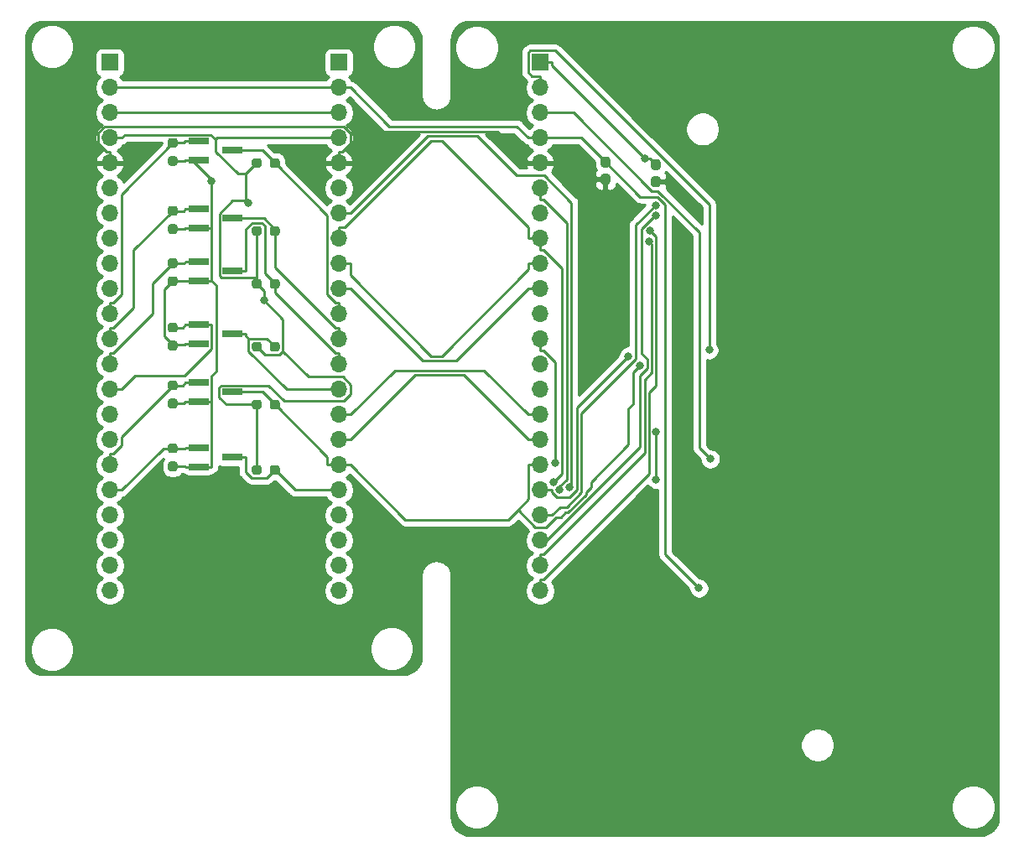
<source format=gbl>
G04 #@! TF.GenerationSoftware,KiCad,Pcbnew,5.1.10-88a1d61d58~88~ubuntu18.04.1*
G04 #@! TF.CreationDate,2021-10-23T19:38:23+09:00*
G04 #@! TF.ProjectId,CameraJigSTM32F446RE_Head,43616d65-7261-44a6-9967-53544d333246,rev?*
G04 #@! TF.SameCoordinates,Original*
G04 #@! TF.FileFunction,Copper,L2,Bot*
G04 #@! TF.FilePolarity,Positive*
%FSLAX46Y46*%
G04 Gerber Fmt 4.6, Leading zero omitted, Abs format (unit mm)*
G04 Created by KiCad (PCBNEW 5.1.10-88a1d61d58~88~ubuntu18.04.1) date 2021-10-23 19:38:23*
%MOMM*%
%LPD*%
G01*
G04 APERTURE LIST*
G04 #@! TA.AperFunction,ComponentPad*
%ADD10R,1.700000X1.700000*%
G04 #@! TD*
G04 #@! TA.AperFunction,ComponentPad*
%ADD11O,1.700000X1.700000*%
G04 #@! TD*
G04 #@! TA.AperFunction,SMDPad,CuDef*
%ADD12R,2.000000X0.650000*%
G04 #@! TD*
G04 #@! TA.AperFunction,ViaPad*
%ADD13C,0.800000*%
G04 #@! TD*
G04 #@! TA.AperFunction,Conductor*
%ADD14C,0.250000*%
G04 #@! TD*
G04 #@! TA.AperFunction,Conductor*
%ADD15C,0.254000*%
G04 #@! TD*
G04 #@! TA.AperFunction,Conductor*
%ADD16C,0.100000*%
G04 #@! TD*
G04 APERTURE END LIST*
G04 #@! TO.P,C2,1*
G04 #@! TO.N,+5V*
G04 #@! TA.AperFunction,SMDPad,CuDef*
G36*
G01*
X123460500Y-76324000D02*
X123935500Y-76324000D01*
G75*
G02*
X124173000Y-76561500I0J-237500D01*
G01*
X124173000Y-77161500D01*
G75*
G02*
X123935500Y-77399000I-237500J0D01*
G01*
X123460500Y-77399000D01*
G75*
G02*
X123223000Y-77161500I0J237500D01*
G01*
X123223000Y-76561500D01*
G75*
G02*
X123460500Y-76324000I237500J0D01*
G01*
G37*
G04 #@! TD.AperFunction*
G04 #@! TO.P,C2,2*
G04 #@! TO.N,GND*
G04 #@! TA.AperFunction,SMDPad,CuDef*
G36*
G01*
X123460500Y-78049000D02*
X123935500Y-78049000D01*
G75*
G02*
X124173000Y-78286500I0J-237500D01*
G01*
X124173000Y-78886500D01*
G75*
G02*
X123935500Y-79124000I-237500J0D01*
G01*
X123460500Y-79124000D01*
G75*
G02*
X123223000Y-78886500I0J237500D01*
G01*
X123223000Y-78286500D01*
G75*
G02*
X123460500Y-78049000I237500J0D01*
G01*
G37*
G04 #@! TD.AperFunction*
G04 #@! TD*
G04 #@! TO.P,C3,1*
G04 #@! TO.N,GND*
G04 #@! TA.AperFunction,SMDPad,CuDef*
G36*
G01*
X129015500Y-79378000D02*
X128540500Y-79378000D01*
G75*
G02*
X128303000Y-79140500I0J237500D01*
G01*
X128303000Y-78540500D01*
G75*
G02*
X128540500Y-78303000I237500J0D01*
G01*
X129015500Y-78303000D01*
G75*
G02*
X129253000Y-78540500I0J-237500D01*
G01*
X129253000Y-79140500D01*
G75*
G02*
X129015500Y-79378000I-237500J0D01*
G01*
G37*
G04 #@! TD.AperFunction*
G04 #@! TO.P,C3,2*
G04 #@! TO.N,+3V3*
G04 #@! TA.AperFunction,SMDPad,CuDef*
G36*
G01*
X129015500Y-77653000D02*
X128540500Y-77653000D01*
G75*
G02*
X128303000Y-77415500I0J237500D01*
G01*
X128303000Y-76815500D01*
G75*
G02*
X128540500Y-76578000I237500J0D01*
G01*
X129015500Y-76578000D01*
G75*
G02*
X129253000Y-76815500I0J-237500D01*
G01*
X129253000Y-77415500D01*
G75*
G02*
X129015500Y-77653000I-237500J0D01*
G01*
G37*
G04 #@! TD.AperFunction*
G04 #@! TD*
D10*
G04 #@! TO.P,J1,1*
G04 #@! TO.N,+3V3*
X117094000Y-66802000D03*
D11*
G04 #@! TO.P,J1,2*
G04 #@! TO.N,VH*
X117094000Y-69342000D03*
G04 #@! TO.P,J1,3*
G04 #@! TO.N,VLOGIC*
X117094000Y-71882000D03*
G04 #@! TO.P,J1,4*
G04 #@! TO.N,+5V*
X117094000Y-74422000D03*
G04 #@! TO.P,J1,5*
G04 #@! TO.N,GND*
X117094000Y-76962000D03*
G04 #@! TO.P,J1,6*
G04 #@! TO.N,HPHE*
X117094000Y-79502000D03*
G04 #@! TO.P,J1,7*
G04 #@! TO.N,DI*
X117094000Y-82042000D03*
G04 #@! TO.P,J1,8*
G04 #@! TO.N,HCLK*
X117094000Y-84582000D03*
G04 #@! TO.P,J1,9*
G04 #@! TO.N,HSTB1*
X117094000Y-87122000D03*
G04 #@! TO.P,J1,10*
G04 #@! TO.N,HSTB2*
X117094000Y-89662000D03*
G04 #@! TO.P,J1,11*
G04 #@! TO.N,HSTB3*
X117094000Y-92202000D03*
G04 #@! TO.P,J1,12*
G04 #@! TO.N,HSTB4*
X117094000Y-94742000D03*
G04 #@! TO.P,J1,13*
G04 #@! TO.N,HSTB5*
X117094000Y-97282000D03*
G04 #@! TO.P,J1,14*
G04 #@! TO.N,HSTB6*
X117094000Y-99822000D03*
G04 #@! TO.P,J1,15*
G04 #@! TO.N,TM*
X117094000Y-102362000D03*
G04 #@! TO.P,J1,16*
G04 #@! TO.N,TM_*
X117094000Y-104902000D03*
G04 #@! TO.P,J1,17*
G04 #@! TO.N,HLAT*
X117094000Y-107442000D03*
G04 #@! TO.P,J1,18*
G04 #@! TO.N,HDO*
X117094000Y-109982000D03*
G04 #@! TO.P,J1,19*
G04 #@! TO.N,MTA_PHASE*
X117094000Y-112522000D03*
G04 #@! TO.P,J1,20*
G04 #@! TO.N,MTA_EN*
X117094000Y-115062000D03*
G04 #@! TO.P,J1,21*
G04 #@! TO.N,MTB_PHASE*
X117094000Y-117602000D03*
G04 #@! TO.P,J1,22*
G04 #@! TO.N,MTB_EN*
X117094000Y-120142000D03*
G04 #@! TD*
D10*
G04 #@! TO.P,J3,1*
G04 #@! TO.N,+3V3*
X73660000Y-66802000D03*
D11*
G04 #@! TO.P,J3,2*
G04 #@! TO.N,+5V*
X73660000Y-69342000D03*
G04 #@! TO.P,J3,3*
G04 #@! TO.N,VH*
X73660000Y-71882000D03*
G04 #@! TO.P,J3,4*
G04 #@! TO.N,VLOGIC*
X73660000Y-74422000D03*
G04 #@! TO.P,J3,5*
G04 #@! TO.N,GND*
X73660000Y-76962000D03*
G04 #@! TO.P,J3,6*
G04 #@! TO.N,PHE*
X73660000Y-79502000D03*
G04 #@! TO.P,J3,7*
G04 #@! TO.N,DI*
X73660000Y-82042000D03*
G04 #@! TO.P,J3,8*
G04 #@! TO.N,CLK*
X73660000Y-84582000D03*
G04 #@! TO.P,J3,9*
G04 #@! TO.N,STB1*
X73660000Y-87122000D03*
G04 #@! TO.P,J3,10*
G04 #@! TO.N,STB2*
X73660000Y-89662000D03*
G04 #@! TO.P,J3,11*
G04 #@! TO.N,STB3*
X73660000Y-92202000D03*
G04 #@! TO.P,J3,12*
G04 #@! TO.N,STB4*
X73660000Y-94742000D03*
G04 #@! TO.P,J3,13*
G04 #@! TO.N,STB5*
X73660000Y-97282000D03*
G04 #@! TO.P,J3,14*
G04 #@! TO.N,STB6*
X73660000Y-99822000D03*
G04 #@! TO.P,J3,15*
G04 #@! TO.N,TM*
X73660000Y-102362000D03*
G04 #@! TO.P,J3,16*
G04 #@! TO.N,TM_*
X73660000Y-104902000D03*
G04 #@! TO.P,J3,17*
G04 #@! TO.N,LAT*
X73660000Y-107442000D03*
G04 #@! TO.P,J3,18*
G04 #@! TO.N,DO*
X73660000Y-109982000D03*
G04 #@! TO.P,J3,19*
G04 #@! TO.N,MTA_PHASE*
X73660000Y-112522000D03*
G04 #@! TO.P,J3,20*
G04 #@! TO.N,MTA_EN*
X73660000Y-115062000D03*
G04 #@! TO.P,J3,21*
G04 #@! TO.N,MTB_PHASE*
X73660000Y-117602000D03*
G04 #@! TO.P,J3,22*
G04 #@! TO.N,MTB_EN*
X73660000Y-120142000D03*
G04 #@! TD*
G04 #@! TO.P,J4,22*
G04 #@! TO.N,MTB_EN*
X96774000Y-120142000D03*
G04 #@! TO.P,J4,21*
G04 #@! TO.N,MTB_PHASE*
X96774000Y-117602000D03*
G04 #@! TO.P,J4,20*
G04 #@! TO.N,MTA_EN*
X96774000Y-115062000D03*
G04 #@! TO.P,J4,19*
G04 #@! TO.N,MTA_PHASE*
X96774000Y-112522000D03*
G04 #@! TO.P,J4,18*
G04 #@! TO.N,HDO*
X96774000Y-109982000D03*
G04 #@! TO.P,J4,17*
G04 #@! TO.N,HLAT*
X96774000Y-107442000D03*
G04 #@! TO.P,J4,16*
G04 #@! TO.N,TM_*
X96774000Y-104902000D03*
G04 #@! TO.P,J4,15*
G04 #@! TO.N,TM*
X96774000Y-102362000D03*
G04 #@! TO.P,J4,14*
G04 #@! TO.N,HSTB6*
X96774000Y-99822000D03*
G04 #@! TO.P,J4,13*
G04 #@! TO.N,HSTB5*
X96774000Y-97282000D03*
G04 #@! TO.P,J4,12*
G04 #@! TO.N,HSTB4*
X96774000Y-94742000D03*
G04 #@! TO.P,J4,11*
G04 #@! TO.N,HSTB3*
X96774000Y-92202000D03*
G04 #@! TO.P,J4,10*
G04 #@! TO.N,HSTB2*
X96774000Y-89662000D03*
G04 #@! TO.P,J4,9*
G04 #@! TO.N,HSTB1*
X96774000Y-87122000D03*
G04 #@! TO.P,J4,8*
G04 #@! TO.N,HCLK*
X96774000Y-84582000D03*
G04 #@! TO.P,J4,7*
G04 #@! TO.N,HDI*
X96774000Y-82042000D03*
G04 #@! TO.P,J4,6*
G04 #@! TO.N,HPHE*
X96774000Y-79502000D03*
G04 #@! TO.P,J4,5*
G04 #@! TO.N,GND*
X96774000Y-76962000D03*
G04 #@! TO.P,J4,4*
G04 #@! TO.N,VLOGIC*
X96774000Y-74422000D03*
G04 #@! TO.P,J4,3*
G04 #@! TO.N,VH*
X96774000Y-71882000D03*
G04 #@! TO.P,J4,2*
G04 #@! TO.N,+5V*
X96774000Y-69342000D03*
D10*
G04 #@! TO.P,J4,1*
G04 #@! TO.N,+3V3*
X96774000Y-66802000D03*
G04 #@! TD*
D12*
G04 #@! TO.P,Q2,1*
G04 #@! TO.N,+3V3*
X82618000Y-83500000D03*
G04 #@! TO.P,Q2,2*
G04 #@! TO.N,STB4*
X82618000Y-81600000D03*
G04 #@! TO.P,Q2,3*
G04 #@! TO.N,HSTB4*
X86038000Y-82550000D03*
G04 #@! TD*
G04 #@! TO.P,Q3,3*
G04 #@! TO.N,HSTB6*
X86038000Y-94234000D03*
G04 #@! TO.P,Q3,2*
G04 #@! TO.N,STB6*
X82618000Y-93284000D03*
G04 #@! TO.P,Q3,1*
G04 #@! TO.N,+3V3*
X82618000Y-95184000D03*
G04 #@! TD*
G04 #@! TO.P,Q4,3*
G04 #@! TO.N,HSTB3*
X86038000Y-75692000D03*
G04 #@! TO.P,Q4,2*
G04 #@! TO.N,STB3*
X82618000Y-74742000D03*
G04 #@! TO.P,Q4,1*
G04 #@! TO.N,+3V3*
X82618000Y-76642000D03*
G04 #@! TD*
G04 #@! TO.P,Q5,1*
G04 #@! TO.N,+3V3*
X82618000Y-88834000D03*
G04 #@! TO.P,Q5,2*
G04 #@! TO.N,STB5*
X82618000Y-86934000D03*
G04 #@! TO.P,Q5,3*
G04 #@! TO.N,HSTB5*
X86038000Y-87884000D03*
G04 #@! TD*
G04 #@! TO.P,Q9,3*
G04 #@! TO.N,HLAT*
X86038000Y-100076000D03*
G04 #@! TO.P,Q9,2*
G04 #@! TO.N,LAT*
X82618000Y-99126000D03*
G04 #@! TO.P,Q9,1*
G04 #@! TO.N,+3V3*
X82618000Y-101026000D03*
G04 #@! TD*
G04 #@! TO.P,Q11,1*
G04 #@! TO.N,+3V3*
X82618000Y-107630000D03*
G04 #@! TO.P,Q11,2*
G04 #@! TO.N,DO*
X82618000Y-105730000D03*
G04 #@! TO.P,Q11,3*
G04 #@! TO.N,HDO*
X86038000Y-106680000D03*
G04 #@! TD*
G04 #@! TO.P,R3,2*
G04 #@! TO.N,STB4*
G04 #@! TA.AperFunction,SMDPad,CuDef*
G36*
G01*
X80247500Y-82282000D02*
X79772500Y-82282000D01*
G75*
G02*
X79535000Y-82044500I0J237500D01*
G01*
X79535000Y-81544500D01*
G75*
G02*
X79772500Y-81307000I237500J0D01*
G01*
X80247500Y-81307000D01*
G75*
G02*
X80485000Y-81544500I0J-237500D01*
G01*
X80485000Y-82044500D01*
G75*
G02*
X80247500Y-82282000I-237500J0D01*
G01*
G37*
G04 #@! TD.AperFunction*
G04 #@! TO.P,R3,1*
G04 #@! TO.N,+3V3*
G04 #@! TA.AperFunction,SMDPad,CuDef*
G36*
G01*
X80247500Y-84107000D02*
X79772500Y-84107000D01*
G75*
G02*
X79535000Y-83869500I0J237500D01*
G01*
X79535000Y-83369500D01*
G75*
G02*
X79772500Y-83132000I237500J0D01*
G01*
X80247500Y-83132000D01*
G75*
G02*
X80485000Y-83369500I0J-237500D01*
G01*
X80485000Y-83869500D01*
G75*
G02*
X80247500Y-84107000I-237500J0D01*
G01*
G37*
G04 #@! TD.AperFunction*
G04 #@! TD*
G04 #@! TO.P,R4,2*
G04 #@! TO.N,STB6*
G04 #@! TA.AperFunction,SMDPad,CuDef*
G36*
G01*
X80247500Y-94063000D02*
X79772500Y-94063000D01*
G75*
G02*
X79535000Y-93825500I0J237500D01*
G01*
X79535000Y-93325500D01*
G75*
G02*
X79772500Y-93088000I237500J0D01*
G01*
X80247500Y-93088000D01*
G75*
G02*
X80485000Y-93325500I0J-237500D01*
G01*
X80485000Y-93825500D01*
G75*
G02*
X80247500Y-94063000I-237500J0D01*
G01*
G37*
G04 #@! TD.AperFunction*
G04 #@! TO.P,R4,1*
G04 #@! TO.N,+3V3*
G04 #@! TA.AperFunction,SMDPad,CuDef*
G36*
G01*
X80247500Y-95888000D02*
X79772500Y-95888000D01*
G75*
G02*
X79535000Y-95650500I0J237500D01*
G01*
X79535000Y-95150500D01*
G75*
G02*
X79772500Y-94913000I237500J0D01*
G01*
X80247500Y-94913000D01*
G75*
G02*
X80485000Y-95150500I0J-237500D01*
G01*
X80485000Y-95650500D01*
G75*
G02*
X80247500Y-95888000I-237500J0D01*
G01*
G37*
G04 #@! TD.AperFunction*
G04 #@! TD*
G04 #@! TO.P,R5,1*
G04 #@! TO.N,+3V3*
G04 #@! TA.AperFunction,SMDPad,CuDef*
G36*
G01*
X80247500Y-77242500D02*
X79772500Y-77242500D01*
G75*
G02*
X79535000Y-77005000I0J237500D01*
G01*
X79535000Y-76505000D01*
G75*
G02*
X79772500Y-76267500I237500J0D01*
G01*
X80247500Y-76267500D01*
G75*
G02*
X80485000Y-76505000I0J-237500D01*
G01*
X80485000Y-77005000D01*
G75*
G02*
X80247500Y-77242500I-237500J0D01*
G01*
G37*
G04 #@! TD.AperFunction*
G04 #@! TO.P,R5,2*
G04 #@! TO.N,STB3*
G04 #@! TA.AperFunction,SMDPad,CuDef*
G36*
G01*
X80247500Y-75417500D02*
X79772500Y-75417500D01*
G75*
G02*
X79535000Y-75180000I0J237500D01*
G01*
X79535000Y-74680000D01*
G75*
G02*
X79772500Y-74442500I237500J0D01*
G01*
X80247500Y-74442500D01*
G75*
G02*
X80485000Y-74680000I0J-237500D01*
G01*
X80485000Y-75180000D01*
G75*
G02*
X80247500Y-75417500I-237500J0D01*
G01*
G37*
G04 #@! TD.AperFunction*
G04 #@! TD*
G04 #@! TO.P,R6,1*
G04 #@! TO.N,+3V3*
G04 #@! TA.AperFunction,SMDPad,CuDef*
G36*
G01*
X80247500Y-89377000D02*
X79772500Y-89377000D01*
G75*
G02*
X79535000Y-89139500I0J237500D01*
G01*
X79535000Y-88639500D01*
G75*
G02*
X79772500Y-88402000I237500J0D01*
G01*
X80247500Y-88402000D01*
G75*
G02*
X80485000Y-88639500I0J-237500D01*
G01*
X80485000Y-89139500D01*
G75*
G02*
X80247500Y-89377000I-237500J0D01*
G01*
G37*
G04 #@! TD.AperFunction*
G04 #@! TO.P,R6,2*
G04 #@! TO.N,STB5*
G04 #@! TA.AperFunction,SMDPad,CuDef*
G36*
G01*
X80247500Y-87552000D02*
X79772500Y-87552000D01*
G75*
G02*
X79535000Y-87314500I0J237500D01*
G01*
X79535000Y-86814500D01*
G75*
G02*
X79772500Y-86577000I237500J0D01*
G01*
X80247500Y-86577000D01*
G75*
G02*
X80485000Y-86814500I0J-237500D01*
G01*
X80485000Y-87314500D01*
G75*
G02*
X80247500Y-87552000I-237500J0D01*
G01*
G37*
G04 #@! TD.AperFunction*
G04 #@! TD*
G04 #@! TO.P,R10,1*
G04 #@! TO.N,VLOGIC*
G04 #@! TA.AperFunction,SMDPad,CuDef*
G36*
G01*
X88008000Y-84057500D02*
X88008000Y-83582500D01*
G75*
G02*
X88245500Y-83345000I237500J0D01*
G01*
X88745500Y-83345000D01*
G75*
G02*
X88983000Y-83582500I0J-237500D01*
G01*
X88983000Y-84057500D01*
G75*
G02*
X88745500Y-84295000I-237500J0D01*
G01*
X88245500Y-84295000D01*
G75*
G02*
X88008000Y-84057500I0J237500D01*
G01*
G37*
G04 #@! TD.AperFunction*
G04 #@! TO.P,R10,2*
G04 #@! TO.N,HSTB4*
G04 #@! TA.AperFunction,SMDPad,CuDef*
G36*
G01*
X89833000Y-84057500D02*
X89833000Y-83582500D01*
G75*
G02*
X90070500Y-83345000I237500J0D01*
G01*
X90570500Y-83345000D01*
G75*
G02*
X90808000Y-83582500I0J-237500D01*
G01*
X90808000Y-84057500D01*
G75*
G02*
X90570500Y-84295000I-237500J0D01*
G01*
X90070500Y-84295000D01*
G75*
G02*
X89833000Y-84057500I0J237500D01*
G01*
G37*
G04 #@! TD.AperFunction*
G04 #@! TD*
G04 #@! TO.P,R11,1*
G04 #@! TO.N,VLOGIC*
G04 #@! TA.AperFunction,SMDPad,CuDef*
G36*
G01*
X88008000Y-95741500D02*
X88008000Y-95266500D01*
G75*
G02*
X88245500Y-95029000I237500J0D01*
G01*
X88745500Y-95029000D01*
G75*
G02*
X88983000Y-95266500I0J-237500D01*
G01*
X88983000Y-95741500D01*
G75*
G02*
X88745500Y-95979000I-237500J0D01*
G01*
X88245500Y-95979000D01*
G75*
G02*
X88008000Y-95741500I0J237500D01*
G01*
G37*
G04 #@! TD.AperFunction*
G04 #@! TO.P,R11,2*
G04 #@! TO.N,HSTB6*
G04 #@! TA.AperFunction,SMDPad,CuDef*
G36*
G01*
X89833000Y-95741500D02*
X89833000Y-95266500D01*
G75*
G02*
X90070500Y-95029000I237500J0D01*
G01*
X90570500Y-95029000D01*
G75*
G02*
X90808000Y-95266500I0J-237500D01*
G01*
X90808000Y-95741500D01*
G75*
G02*
X90570500Y-95979000I-237500J0D01*
G01*
X90070500Y-95979000D01*
G75*
G02*
X89833000Y-95741500I0J237500D01*
G01*
G37*
G04 #@! TD.AperFunction*
G04 #@! TD*
G04 #@! TO.P,R12,2*
G04 #@! TO.N,HSTB3*
G04 #@! TA.AperFunction,SMDPad,CuDef*
G36*
G01*
X89833000Y-77199500D02*
X89833000Y-76724500D01*
G75*
G02*
X90070500Y-76487000I237500J0D01*
G01*
X90570500Y-76487000D01*
G75*
G02*
X90808000Y-76724500I0J-237500D01*
G01*
X90808000Y-77199500D01*
G75*
G02*
X90570500Y-77437000I-237500J0D01*
G01*
X90070500Y-77437000D01*
G75*
G02*
X89833000Y-77199500I0J237500D01*
G01*
G37*
G04 #@! TD.AperFunction*
G04 #@! TO.P,R12,1*
G04 #@! TO.N,VLOGIC*
G04 #@! TA.AperFunction,SMDPad,CuDef*
G36*
G01*
X88008000Y-77199500D02*
X88008000Y-76724500D01*
G75*
G02*
X88245500Y-76487000I237500J0D01*
G01*
X88745500Y-76487000D01*
G75*
G02*
X88983000Y-76724500I0J-237500D01*
G01*
X88983000Y-77199500D01*
G75*
G02*
X88745500Y-77437000I-237500J0D01*
G01*
X88245500Y-77437000D01*
G75*
G02*
X88008000Y-77199500I0J237500D01*
G01*
G37*
G04 #@! TD.AperFunction*
G04 #@! TD*
G04 #@! TO.P,R13,2*
G04 #@! TO.N,HSTB5*
G04 #@! TA.AperFunction,SMDPad,CuDef*
G36*
G01*
X89833000Y-89391500D02*
X89833000Y-88916500D01*
G75*
G02*
X90070500Y-88679000I237500J0D01*
G01*
X90570500Y-88679000D01*
G75*
G02*
X90808000Y-88916500I0J-237500D01*
G01*
X90808000Y-89391500D01*
G75*
G02*
X90570500Y-89629000I-237500J0D01*
G01*
X90070500Y-89629000D01*
G75*
G02*
X89833000Y-89391500I0J237500D01*
G01*
G37*
G04 #@! TD.AperFunction*
G04 #@! TO.P,R13,1*
G04 #@! TO.N,VLOGIC*
G04 #@! TA.AperFunction,SMDPad,CuDef*
G36*
G01*
X88008000Y-89391500D02*
X88008000Y-88916500D01*
G75*
G02*
X88245500Y-88679000I237500J0D01*
G01*
X88745500Y-88679000D01*
G75*
G02*
X88983000Y-88916500I0J-237500D01*
G01*
X88983000Y-89391500D01*
G75*
G02*
X88745500Y-89629000I-237500J0D01*
G01*
X88245500Y-89629000D01*
G75*
G02*
X88008000Y-89391500I0J237500D01*
G01*
G37*
G04 #@! TD.AperFunction*
G04 #@! TD*
G04 #@! TO.P,R17,1*
G04 #@! TO.N,+3V3*
G04 #@! TA.AperFunction,SMDPad,CuDef*
G36*
G01*
X80247500Y-101730000D02*
X79772500Y-101730000D01*
G75*
G02*
X79535000Y-101492500I0J237500D01*
G01*
X79535000Y-100992500D01*
G75*
G02*
X79772500Y-100755000I237500J0D01*
G01*
X80247500Y-100755000D01*
G75*
G02*
X80485000Y-100992500I0J-237500D01*
G01*
X80485000Y-101492500D01*
G75*
G02*
X80247500Y-101730000I-237500J0D01*
G01*
G37*
G04 #@! TD.AperFunction*
G04 #@! TO.P,R17,2*
G04 #@! TO.N,LAT*
G04 #@! TA.AperFunction,SMDPad,CuDef*
G36*
G01*
X80247500Y-99905000D02*
X79772500Y-99905000D01*
G75*
G02*
X79535000Y-99667500I0J237500D01*
G01*
X79535000Y-99167500D01*
G75*
G02*
X79772500Y-98930000I237500J0D01*
G01*
X80247500Y-98930000D01*
G75*
G02*
X80485000Y-99167500I0J-237500D01*
G01*
X80485000Y-99667500D01*
G75*
G02*
X80247500Y-99905000I-237500J0D01*
G01*
G37*
G04 #@! TD.AperFunction*
G04 #@! TD*
G04 #@! TO.P,R19,1*
G04 #@! TO.N,+3V3*
G04 #@! TA.AperFunction,SMDPad,CuDef*
G36*
G01*
X80247500Y-108080000D02*
X79772500Y-108080000D01*
G75*
G02*
X79535000Y-107842500I0J237500D01*
G01*
X79535000Y-107342500D01*
G75*
G02*
X79772500Y-107105000I237500J0D01*
G01*
X80247500Y-107105000D01*
G75*
G02*
X80485000Y-107342500I0J-237500D01*
G01*
X80485000Y-107842500D01*
G75*
G02*
X80247500Y-108080000I-237500J0D01*
G01*
G37*
G04 #@! TD.AperFunction*
G04 #@! TO.P,R19,2*
G04 #@! TO.N,DO*
G04 #@! TA.AperFunction,SMDPad,CuDef*
G36*
G01*
X80247500Y-106255000D02*
X79772500Y-106255000D01*
G75*
G02*
X79535000Y-106017500I0J237500D01*
G01*
X79535000Y-105517500D01*
G75*
G02*
X79772500Y-105280000I237500J0D01*
G01*
X80247500Y-105280000D01*
G75*
G02*
X80485000Y-105517500I0J-237500D01*
G01*
X80485000Y-106017500D01*
G75*
G02*
X80247500Y-106255000I-237500J0D01*
G01*
G37*
G04 #@! TD.AperFunction*
G04 #@! TD*
G04 #@! TO.P,R20,2*
G04 #@! TO.N,HLAT*
G04 #@! TA.AperFunction,SMDPad,CuDef*
G36*
G01*
X89833000Y-101583500D02*
X89833000Y-101108500D01*
G75*
G02*
X90070500Y-100871000I237500J0D01*
G01*
X90570500Y-100871000D01*
G75*
G02*
X90808000Y-101108500I0J-237500D01*
G01*
X90808000Y-101583500D01*
G75*
G02*
X90570500Y-101821000I-237500J0D01*
G01*
X90070500Y-101821000D01*
G75*
G02*
X89833000Y-101583500I0J237500D01*
G01*
G37*
G04 #@! TD.AperFunction*
G04 #@! TO.P,R20,1*
G04 #@! TO.N,VLOGIC*
G04 #@! TA.AperFunction,SMDPad,CuDef*
G36*
G01*
X88008000Y-101583500D02*
X88008000Y-101108500D01*
G75*
G02*
X88245500Y-100871000I237500J0D01*
G01*
X88745500Y-100871000D01*
G75*
G02*
X88983000Y-101108500I0J-237500D01*
G01*
X88983000Y-101583500D01*
G75*
G02*
X88745500Y-101821000I-237500J0D01*
G01*
X88245500Y-101821000D01*
G75*
G02*
X88008000Y-101583500I0J237500D01*
G01*
G37*
G04 #@! TD.AperFunction*
G04 #@! TD*
G04 #@! TO.P,R22,2*
G04 #@! TO.N,HDO*
G04 #@! TA.AperFunction,SMDPad,CuDef*
G36*
G01*
X89833000Y-108187500D02*
X89833000Y-107712500D01*
G75*
G02*
X90070500Y-107475000I237500J0D01*
G01*
X90570500Y-107475000D01*
G75*
G02*
X90808000Y-107712500I0J-237500D01*
G01*
X90808000Y-108187500D01*
G75*
G02*
X90570500Y-108425000I-237500J0D01*
G01*
X90070500Y-108425000D01*
G75*
G02*
X89833000Y-108187500I0J237500D01*
G01*
G37*
G04 #@! TD.AperFunction*
G04 #@! TO.P,R22,1*
G04 #@! TO.N,VLOGIC*
G04 #@! TA.AperFunction,SMDPad,CuDef*
G36*
G01*
X88008000Y-108187500D02*
X88008000Y-107712500D01*
G75*
G02*
X88245500Y-107475000I237500J0D01*
G01*
X88745500Y-107475000D01*
G75*
G02*
X88983000Y-107712500I0J-237500D01*
G01*
X88983000Y-108187500D01*
G75*
G02*
X88745500Y-108425000I-237500J0D01*
G01*
X88245500Y-108425000D01*
G75*
G02*
X88008000Y-108187500I0J237500D01*
G01*
G37*
G04 #@! TD.AperFunction*
G04 #@! TD*
D13*
G04 #@! TO.N,+5V*
X133131400Y-119876400D03*
G04 #@! TO.N,GND*
X129939400Y-78840500D03*
G04 #@! TO.N,+3V3*
X127667600Y-76502000D03*
X83943300Y-78822500D03*
G04 #@! TO.N,VH*
X134161700Y-95836000D03*
G04 #@! TO.N,VLOGIC*
X89207100Y-90819700D03*
X134271300Y-106836000D03*
X87649600Y-81024100D03*
G04 #@! TO.N,HCLK*
X118491500Y-109157100D03*
G04 #@! TO.N,HSTB4*
X118582500Y-107255400D03*
G04 #@! TO.N,HSTB5*
X128815600Y-108926000D03*
X128815600Y-104139300D03*
G04 #@! TO.N,HLAT*
X127176300Y-97400000D03*
G04 #@! TO.N,HDO*
X126023100Y-96459100D03*
G04 #@! TO.N,MTA_PHASE*
X128745800Y-81224600D03*
G04 #@! TO.N,MTA_EN*
X128779300Y-82292000D03*
G04 #@! TO.N,MTB_PHASE*
X128070900Y-84890700D03*
G04 #@! TO.N,MTB_EN*
X128212900Y-83803600D03*
G04 #@! TO.N,HDI*
X120086600Y-109650800D03*
G04 #@! TO.N,HPHE*
X119086300Y-109977000D03*
G04 #@! TD*
D14*
G04 #@! TO.N,+5V*
X133131400Y-119876400D02*
X129752100Y-116497100D01*
X129752100Y-116497100D02*
X129752100Y-81178600D01*
X129752100Y-81178600D02*
X128938200Y-80364700D01*
X128938200Y-80364700D02*
X127201200Y-80364700D01*
X127201200Y-80364700D02*
X123698000Y-76861500D01*
X96774000Y-69342000D02*
X97949300Y-69342000D01*
X117094000Y-74422000D02*
X115918700Y-74422000D01*
X115918700Y-74422000D02*
X114743400Y-73246700D01*
X114743400Y-73246700D02*
X101854000Y-73246700D01*
X101854000Y-73246700D02*
X97949300Y-69342000D01*
X123698000Y-76861500D02*
X121258500Y-74422000D01*
X121258500Y-74422000D02*
X117094000Y-74422000D01*
X96774000Y-69342000D02*
X73660000Y-69342000D01*
G04 #@! TO.N,GND*
X128778000Y-78840500D02*
X129939400Y-78840500D01*
X117094000Y-76962000D02*
X115918700Y-76962000D01*
X97975300Y-73960800D02*
X98130900Y-73805200D01*
X98130900Y-73805200D02*
X112761900Y-73805200D01*
X112761900Y-73805200D02*
X115918700Y-76962000D01*
X97975300Y-73960800D02*
X97256400Y-73241900D01*
X97256400Y-73241900D02*
X73149400Y-73241900D01*
X73149400Y-73241900D02*
X72484700Y-73906600D01*
X72484700Y-73906600D02*
X72484700Y-74978800D01*
X72484700Y-74978800D02*
X73292600Y-75786700D01*
X73292600Y-75786700D02*
X73660000Y-75786700D01*
X96774000Y-75786700D02*
X97141300Y-75786700D01*
X97141300Y-75786700D02*
X97975300Y-74952700D01*
X97975300Y-74952700D02*
X97975300Y-73960800D01*
X73660000Y-76962000D02*
X73660000Y-75786700D01*
X96774000Y-76962000D02*
X96774000Y-75786700D01*
X117094000Y-76962000D02*
X118269300Y-76962000D01*
X118269300Y-76962000D02*
X119893800Y-78586500D01*
X119893800Y-78586500D02*
X123698000Y-78586500D01*
G04 #@! TO.N,+3V3*
X83943300Y-101026000D02*
X83943300Y-98457300D01*
X83943300Y-98457300D02*
X84414600Y-97986000D01*
X84414600Y-97986000D02*
X84414600Y-89305300D01*
X84414600Y-89305300D02*
X83943300Y-88834000D01*
X83830700Y-101026000D02*
X83943300Y-101026000D01*
X82618000Y-101026000D02*
X83830700Y-101026000D01*
X82618000Y-107630000D02*
X83943300Y-107630000D01*
X83943300Y-107630000D02*
X83943300Y-101026000D01*
X82068000Y-107630000D02*
X82618000Y-107630000D01*
X82618000Y-88834000D02*
X83943300Y-88834000D01*
X83943300Y-83500000D02*
X83943300Y-88834000D01*
X83943300Y-78822500D02*
X83943300Y-83500000D01*
X117094000Y-66802000D02*
X118269300Y-66802000D01*
X118269300Y-66802000D02*
X118269300Y-67103700D01*
X118269300Y-67103700D02*
X127667600Y-76502000D01*
X128778000Y-77115500D02*
X128164500Y-76502000D01*
X128164500Y-76502000D02*
X127667600Y-76502000D01*
X80010000Y-95301900D02*
X81174800Y-95301900D01*
X81174800Y-95301900D02*
X81292700Y-95184000D01*
X80010000Y-88889500D02*
X79188400Y-89711100D01*
X79188400Y-89711100D02*
X79188400Y-94480300D01*
X79188400Y-94480300D02*
X80010000Y-95301900D01*
X80010000Y-95301900D02*
X80010000Y-95400500D01*
X82618000Y-95184000D02*
X81292700Y-95184000D01*
X80010000Y-88889500D02*
X81237200Y-88889500D01*
X81237200Y-88889500D02*
X81292700Y-88834000D01*
X83943300Y-78822500D02*
X83943300Y-78629900D01*
X83943300Y-78629900D02*
X81955400Y-76642000D01*
X82068000Y-88834000D02*
X82618000Y-88834000D01*
X82068000Y-88834000D02*
X81292700Y-88834000D01*
X82068000Y-107630000D02*
X81292700Y-107630000D01*
X82618000Y-83500000D02*
X83943300Y-83500000D01*
X81955400Y-76642000D02*
X81292700Y-76642000D01*
X82618000Y-76642000D02*
X81955400Y-76642000D01*
X80010000Y-101242500D02*
X81076200Y-101242500D01*
X81076200Y-101242500D02*
X81292700Y-101026000D01*
X82618000Y-83500000D02*
X81292700Y-83500000D01*
X80010000Y-83619500D02*
X81173200Y-83619500D01*
X81173200Y-83619500D02*
X81292700Y-83500000D01*
X80010000Y-76755000D02*
X81179700Y-76755000D01*
X81179700Y-76755000D02*
X81292700Y-76642000D01*
X82618000Y-101026000D02*
X81292700Y-101026000D01*
X80010000Y-107592500D02*
X81255200Y-107592500D01*
X81255200Y-107592500D02*
X81292700Y-107630000D01*
G04 #@! TO.N,VH*
X117094000Y-69342000D02*
X117094000Y-68166700D01*
X117094000Y-68166700D02*
X116286000Y-68166700D01*
X116286000Y-68166700D02*
X115870200Y-67750900D01*
X115870200Y-67750900D02*
X115870200Y-65820600D01*
X115870200Y-65820600D02*
X116095400Y-65595400D01*
X116095400Y-65595400D02*
X118620500Y-65595400D01*
X118620500Y-65595400D02*
X134161700Y-81136600D01*
X134161700Y-81136600D02*
X134161700Y-95836000D01*
X96774000Y-71882000D02*
X73660000Y-71882000D01*
G04 #@! TO.N,VLOGIC*
X117094000Y-71882000D02*
X120455200Y-71882000D01*
X120455200Y-71882000D02*
X128335600Y-79762400D01*
X128335600Y-79762400D02*
X128980400Y-79762400D01*
X128980400Y-79762400D02*
X133176300Y-83958300D01*
X133176300Y-83958300D02*
X133176300Y-105741100D01*
X133176300Y-105741100D02*
X133176400Y-105741100D01*
X133176400Y-105741100D02*
X134271300Y-106836000D01*
X88495500Y-101346000D02*
X85429700Y-101346000D01*
X85429700Y-101346000D02*
X84709100Y-100625400D01*
X84709100Y-100625400D02*
X84709100Y-99600000D01*
X84709100Y-99600000D02*
X84899900Y-99409200D01*
X84899900Y-99409200D02*
X89667200Y-99409200D01*
X89667200Y-99409200D02*
X91260100Y-101002100D01*
X91260100Y-101002100D02*
X97284500Y-101002100D01*
X97284500Y-101002100D02*
X97982400Y-100304200D01*
X97982400Y-100304200D02*
X97982400Y-99358700D01*
X97982400Y-99358700D02*
X97175700Y-98552000D01*
X97175700Y-98552000D02*
X93690400Y-98552000D01*
X93690400Y-98552000D02*
X91134300Y-95995900D01*
X91134300Y-95995900D02*
X91134300Y-92746900D01*
X91134300Y-92746900D02*
X89207100Y-90819700D01*
X88495500Y-95504000D02*
X89328300Y-96336800D01*
X89328300Y-96336800D02*
X90793400Y-96336800D01*
X90793400Y-96336800D02*
X91134300Y-95995900D01*
X88495500Y-107950000D02*
X88495500Y-101346000D01*
X89207100Y-90819700D02*
X89207100Y-89865600D01*
X89207100Y-89865600D02*
X88495500Y-89154000D01*
X87393800Y-78063700D02*
X87393800Y-80768300D01*
X88495500Y-76962000D02*
X87393800Y-78063700D01*
X84340500Y-74595000D02*
X84340500Y-75785600D01*
X84340500Y-75785600D02*
X86618600Y-78063700D01*
X86618600Y-78063700D02*
X87393800Y-78063700D01*
X84340500Y-74595000D02*
X83837100Y-74091600D01*
X83837100Y-74091600D02*
X75165700Y-74091600D01*
X75165700Y-74091600D02*
X74835300Y-74422000D01*
X96774000Y-74422000D02*
X84513500Y-74422000D01*
X84513500Y-74422000D02*
X84340500Y-74595000D01*
X87393800Y-80768300D02*
X86032700Y-80768300D01*
X86032700Y-80768300D02*
X84712600Y-82088400D01*
X84712600Y-82088400D02*
X84712600Y-88346500D01*
X84712600Y-88346500D02*
X84905100Y-88539000D01*
X84905100Y-88539000D02*
X88495500Y-88539000D01*
X87649600Y-81024100D02*
X87393800Y-80768300D01*
X88495500Y-88539000D02*
X88495500Y-89154000D01*
X88495500Y-83820000D02*
X88495500Y-88539000D01*
X73660000Y-74422000D02*
X74835300Y-74422000D01*
G04 #@! TO.N,HCLK*
X117094000Y-85757300D02*
X117461300Y-85757300D01*
X117461300Y-85757300D02*
X119310100Y-87606100D01*
X119310100Y-87606100D02*
X119310100Y-108338500D01*
X119310100Y-108338500D02*
X118491500Y-109157100D01*
X117094000Y-84582000D02*
X115918700Y-84582000D01*
X96774000Y-84582000D02*
X96774000Y-83406700D01*
X96774000Y-83406700D02*
X97403500Y-83406700D01*
X97403500Y-83406700D02*
X106104200Y-74706000D01*
X106104200Y-74706000D02*
X107218000Y-74706000D01*
X107218000Y-74706000D02*
X115918700Y-83406700D01*
X115918700Y-83406700D02*
X115918700Y-84582000D01*
X117094000Y-84582000D02*
X117094000Y-85757300D01*
G04 #@! TO.N,HSTB1*
X117094000Y-87122000D02*
X115918700Y-87122000D01*
X96774000Y-87122000D02*
X97949300Y-87122000D01*
X97949300Y-87122000D02*
X97949300Y-88297300D01*
X97949300Y-88297300D02*
X106109400Y-96457400D01*
X106109400Y-96457400D02*
X107170900Y-96457400D01*
X107170900Y-96457400D02*
X115918700Y-87709600D01*
X115918700Y-87709600D02*
X115918700Y-87122000D01*
G04 #@! TO.N,HSTB2*
X117094000Y-89662000D02*
X115918700Y-89662000D01*
X96774000Y-89662000D02*
X97949300Y-89662000D01*
X97949300Y-89662000D02*
X105217100Y-96929800D01*
X105217100Y-96929800D02*
X108650900Y-96929800D01*
X108650900Y-96929800D02*
X115918700Y-89662000D01*
G04 #@! TO.N,HSTB3*
X96774000Y-92202000D02*
X96774000Y-91026700D01*
X96774000Y-91026700D02*
X96406600Y-91026700D01*
X96406600Y-91026700D02*
X95598700Y-90218800D01*
X95598700Y-90218800D02*
X95598700Y-82240200D01*
X95598700Y-82240200D02*
X90320500Y-76962000D01*
X90320500Y-76962000D02*
X89050500Y-75692000D01*
X89050500Y-75692000D02*
X86038000Y-75692000D01*
G04 #@! TO.N,HSTB4*
X117094000Y-94742000D02*
X117094000Y-95917300D01*
X117094000Y-95917300D02*
X117461300Y-95917300D01*
X117461300Y-95917300D02*
X118582500Y-97038500D01*
X118582500Y-97038500D02*
X118582500Y-107255400D01*
X90320500Y-83820000D02*
X90320500Y-87480500D01*
X90320500Y-87480500D02*
X96406700Y-93566700D01*
X96406700Y-93566700D02*
X96774000Y-93566700D01*
X87363300Y-82550000D02*
X89209700Y-82550000D01*
X89209700Y-82550000D02*
X90320500Y-83660800D01*
X90320500Y-83660800D02*
X90320500Y-83820000D01*
X96774000Y-94742000D02*
X96774000Y-93566700D01*
X86038000Y-82550000D02*
X87363300Y-82550000D01*
G04 #@! TO.N,HSTB5*
X128815600Y-104139300D02*
X128815600Y-108926000D01*
X96774000Y-97282000D02*
X96774000Y-96106700D01*
X96774000Y-96106700D02*
X96406700Y-96106700D01*
X96406700Y-96106700D02*
X90320500Y-90020500D01*
X90320500Y-90020500D02*
X90320500Y-89154000D01*
X90320500Y-89154000D02*
X89309200Y-88142700D01*
X89309200Y-88142700D02*
X89309200Y-83286400D01*
X89309200Y-83286400D02*
X89023200Y-83000400D01*
X89023200Y-83000400D02*
X88014100Y-83000400D01*
X88014100Y-83000400D02*
X87363300Y-83651200D01*
X87363300Y-83651200D02*
X87363300Y-87884000D01*
X86038000Y-87884000D02*
X87363300Y-87884000D01*
G04 #@! TO.N,HSTB6*
X86038000Y-94234000D02*
X87363300Y-94234000D01*
X87659300Y-94685500D02*
X87363300Y-94389500D01*
X87363300Y-94389500D02*
X87363300Y-94234000D01*
X90320500Y-95504000D02*
X89502000Y-94685500D01*
X89502000Y-94685500D02*
X87659300Y-94685500D01*
X87659300Y-94685500D02*
X87659300Y-95951200D01*
X87659300Y-95951200D02*
X91530100Y-99822000D01*
X91530100Y-99822000D02*
X96774000Y-99822000D01*
G04 #@! TO.N,TM*
X117094000Y-102362000D02*
X115918700Y-102362000D01*
X96774000Y-102362000D02*
X97949300Y-102362000D01*
X97949300Y-102362000D02*
X102422600Y-97888700D01*
X102422600Y-97888700D02*
X111445400Y-97888700D01*
X111445400Y-97888700D02*
X115918700Y-102362000D01*
G04 #@! TO.N,TM_*
X97949300Y-104902000D02*
X104508900Y-98342400D01*
X104508900Y-98342400D02*
X109359100Y-98342400D01*
X109359100Y-98342400D02*
X115918700Y-104902000D01*
X117094000Y-104902000D02*
X115918700Y-104902000D01*
X96774000Y-104902000D02*
X97949300Y-104902000D01*
G04 #@! TO.N,HLAT*
X114863500Y-111962700D02*
X116618100Y-113717400D01*
X116618100Y-113717400D02*
X117710800Y-113717400D01*
X117710800Y-113717400D02*
X118717900Y-112710300D01*
X118717900Y-112710300D02*
X119202300Y-112710300D01*
X119202300Y-112710300D02*
X119641400Y-112271200D01*
X119641400Y-112271200D02*
X119880200Y-112271200D01*
X119880200Y-112271200D02*
X121712600Y-110438800D01*
X121712600Y-110438800D02*
X121712600Y-110199900D01*
X121712600Y-110199900D02*
X122230800Y-109681700D01*
X122230800Y-109681700D02*
X122230800Y-109162400D01*
X122230800Y-109162400D02*
X126021300Y-105371900D01*
X126021300Y-105371900D02*
X126021300Y-101738200D01*
X126021300Y-101738200D02*
X126471600Y-101287900D01*
X126471600Y-101287900D02*
X126471600Y-98104700D01*
X126471600Y-98104700D02*
X127176300Y-97400000D01*
X114863500Y-111962700D02*
X113854500Y-112971700D01*
X113854500Y-112971700D02*
X103479000Y-112971700D01*
X103479000Y-112971700D02*
X97949300Y-107442000D01*
X115918700Y-107442000D02*
X115918700Y-110907500D01*
X115918700Y-110907500D02*
X114863500Y-111962700D01*
X96774000Y-107442000D02*
X95598700Y-107442000D01*
X90320500Y-101346000D02*
X95598700Y-106624200D01*
X95598700Y-106624200D02*
X95598700Y-107442000D01*
X86038000Y-100076000D02*
X89050500Y-100076000D01*
X89050500Y-100076000D02*
X90320500Y-101346000D01*
X117094000Y-107442000D02*
X115918700Y-107442000D01*
X96774000Y-107442000D02*
X97949300Y-107442000D01*
G04 #@! TO.N,HDO*
X117094000Y-109982000D02*
X118269300Y-109982000D01*
X118269300Y-109982000D02*
X118269300Y-110203400D01*
X118269300Y-110203400D02*
X118773200Y-110707300D01*
X118773200Y-110707300D02*
X120074000Y-110707300D01*
X120074000Y-110707300D02*
X120811900Y-109969400D01*
X120811900Y-109969400D02*
X120811900Y-101670300D01*
X120811900Y-101670300D02*
X126023100Y-96459100D01*
X86038000Y-106680000D02*
X87363300Y-106680000D01*
X90320500Y-107950000D02*
X89512600Y-108757900D01*
X89512600Y-108757900D02*
X87974200Y-108757900D01*
X87974200Y-108757900D02*
X87363300Y-108147000D01*
X87363300Y-108147000D02*
X87363300Y-106680000D01*
X90320500Y-107950000D02*
X92352500Y-109982000D01*
X92352500Y-109982000D02*
X96774000Y-109982000D01*
G04 #@! TO.N,MTA_PHASE*
X118269300Y-112522000D02*
X119102100Y-111689200D01*
X119102100Y-111689200D02*
X119802800Y-111689200D01*
X119802800Y-111689200D02*
X121262300Y-110229700D01*
X121262300Y-110229700D02*
X121262300Y-102245600D01*
X121262300Y-102245600D02*
X121262400Y-102245600D01*
X121262400Y-102245600D02*
X126748400Y-96759600D01*
X126748400Y-96759600D02*
X126748400Y-83222000D01*
X126748400Y-83222000D02*
X128745800Y-81224600D01*
X117094000Y-112522000D02*
X118269300Y-112522000D01*
G04 #@! TO.N,MTA_EN*
X117094000Y-115062000D02*
X117737900Y-115062000D01*
X117737900Y-115062000D02*
X127189400Y-105610500D01*
X127189400Y-105610500D02*
X127189400Y-98412700D01*
X127189400Y-98412700D02*
X127901600Y-97700500D01*
X127901600Y-97700500D02*
X127901600Y-96751700D01*
X127901600Y-96751700D02*
X127345300Y-96195400D01*
X127345300Y-96195400D02*
X127345300Y-83621600D01*
X127345300Y-83621600D02*
X128674800Y-82292100D01*
X128674800Y-82292100D02*
X128779300Y-82292100D01*
X128779300Y-82292100D02*
X128779300Y-82292000D01*
G04 #@! TO.N,MTB_PHASE*
X117094000Y-116426700D02*
X117414300Y-116426700D01*
X117414300Y-116426700D02*
X127639800Y-106201200D01*
X127639800Y-106201200D02*
X127639800Y-98830200D01*
X127639800Y-98830200D02*
X128351900Y-98118100D01*
X128351900Y-98118100D02*
X128351900Y-85171700D01*
X128351900Y-85171700D02*
X128070900Y-84890700D01*
X117094000Y-117602000D02*
X117094000Y-116426700D01*
G04 #@! TO.N,MTB_EN*
X117094000Y-118966700D02*
X117461300Y-118966700D01*
X117461300Y-118966700D02*
X128090200Y-108337800D01*
X128090200Y-108337800D02*
X128090200Y-100116000D01*
X128090200Y-100116000D02*
X128802200Y-99404000D01*
X128802200Y-99404000D02*
X128802200Y-84392900D01*
X128802200Y-84392900D02*
X128212900Y-83803600D01*
X117094000Y-120142000D02*
X117094000Y-118966700D01*
G04 #@! TO.N,HDI*
X97949300Y-82042000D02*
X105735700Y-74255600D01*
X105735700Y-74255600D02*
X110757500Y-74255600D01*
X110757500Y-74255600D02*
X114733900Y-78232000D01*
X114733900Y-78232000D02*
X117522900Y-78232000D01*
X117522900Y-78232000D02*
X120265900Y-80975000D01*
X120265900Y-80975000D02*
X120265900Y-109471500D01*
X120265900Y-109471500D02*
X120086600Y-109650800D01*
X96774000Y-82042000D02*
X97949300Y-82042000D01*
G04 #@! TO.N,HPHE*
X117094000Y-80677300D02*
X117410100Y-80677300D01*
X117410100Y-80677300D02*
X119786200Y-83053400D01*
X119786200Y-83053400D02*
X119786200Y-108925500D01*
X119786200Y-108925500D02*
X119086300Y-109625400D01*
X119086300Y-109625400D02*
X119086300Y-109977000D01*
X117094000Y-79502000D02*
X117094000Y-80677300D01*
G04 #@! TO.N,STB3*
X73660000Y-92202000D02*
X73660000Y-91026700D01*
X80010000Y-74930000D02*
X74835300Y-80104700D01*
X74835300Y-80104700D02*
X74835300Y-90218800D01*
X74835300Y-90218800D02*
X74027400Y-91026700D01*
X74027400Y-91026700D02*
X73660000Y-91026700D01*
X81292700Y-74742000D02*
X81104700Y-74930000D01*
X81104700Y-74930000D02*
X80010000Y-74930000D01*
X82618000Y-74742000D02*
X81292700Y-74742000D01*
G04 #@! TO.N,STB4*
X73660000Y-94742000D02*
X73660000Y-93566700D01*
X80010000Y-81794500D02*
X76055000Y-85749500D01*
X76055000Y-85749500D02*
X76055000Y-91539000D01*
X76055000Y-91539000D02*
X74027300Y-93566700D01*
X74027300Y-93566700D02*
X73660000Y-93566700D01*
X81292700Y-81600000D02*
X81098200Y-81794500D01*
X81098200Y-81794500D02*
X80010000Y-81794500D01*
X82618000Y-81600000D02*
X81292700Y-81600000D01*
G04 #@! TO.N,STB5*
X80010000Y-87064500D02*
X81162200Y-87064500D01*
X81162200Y-87064500D02*
X81292700Y-86934000D01*
X73660000Y-96106700D02*
X74027300Y-96106700D01*
X74027300Y-96106700D02*
X77956900Y-92177100D01*
X77956900Y-92177100D02*
X77956900Y-89117600D01*
X77956900Y-89117600D02*
X80010000Y-87064500D01*
X82618000Y-86934000D02*
X81292700Y-86934000D01*
X73660000Y-97282000D02*
X73660000Y-96106700D01*
G04 #@! TO.N,STB6*
X82618000Y-93284000D02*
X81292700Y-93284000D01*
X80010000Y-93575500D02*
X81001200Y-93575500D01*
X81001200Y-93575500D02*
X81292700Y-93284000D01*
X73660000Y-99822000D02*
X74835300Y-99822000D01*
X82618000Y-93284000D02*
X83943300Y-93284000D01*
X83943300Y-93284000D02*
X83943300Y-95681400D01*
X83943300Y-95681400D02*
X81167300Y-98457400D01*
X81167300Y-98457400D02*
X76199900Y-98457400D01*
X76199900Y-98457400D02*
X74835300Y-99822000D01*
G04 #@! TO.N,LAT*
X73660000Y-107442000D02*
X73660000Y-106266700D01*
X80010000Y-99417500D02*
X74835300Y-104592200D01*
X74835300Y-104592200D02*
X74835300Y-105458800D01*
X74835300Y-105458800D02*
X74027400Y-106266700D01*
X74027400Y-106266700D02*
X73660000Y-106266700D01*
X81292700Y-99126000D02*
X81001200Y-99417500D01*
X81001200Y-99417500D02*
X80010000Y-99417500D01*
X82618000Y-99126000D02*
X81292700Y-99126000D01*
G04 #@! TO.N,DO*
X82618000Y-105730000D02*
X81292700Y-105730000D01*
X80010000Y-105767500D02*
X81255200Y-105767500D01*
X81255200Y-105767500D02*
X81292700Y-105730000D01*
X74835300Y-109982000D02*
X79049800Y-105767500D01*
X79049800Y-105767500D02*
X80010000Y-105767500D01*
X73660000Y-109982000D02*
X74835300Y-109982000D01*
G04 #@! TD*
D15*
G04 #@! TO.N,GND*
X103606775Y-62698147D02*
X103949967Y-62801763D01*
X104266489Y-62970062D01*
X104544299Y-63196637D01*
X104772806Y-63472856D01*
X104943310Y-63788197D01*
X105049319Y-64130656D01*
X105090000Y-64517713D01*
X105090001Y-70136419D01*
X105093235Y-70169255D01*
X105093235Y-70180623D01*
X105094198Y-70189788D01*
X105113234Y-70359494D01*
X105125667Y-70417983D01*
X105137290Y-70476686D01*
X105140016Y-70485489D01*
X105191652Y-70648265D01*
X105215204Y-70703215D01*
X105238011Y-70758550D01*
X105242394Y-70766656D01*
X105324663Y-70916303D01*
X105358458Y-70965658D01*
X105391562Y-71015485D01*
X105397436Y-71022585D01*
X105507205Y-71153403D01*
X105549935Y-71195247D01*
X105592094Y-71237702D01*
X105599236Y-71243526D01*
X105732322Y-71350531D01*
X105782392Y-71383296D01*
X105831970Y-71416737D01*
X105840102Y-71421060D01*
X105840106Y-71421063D01*
X105840110Y-71421065D01*
X105991444Y-71500180D01*
X106046869Y-71522573D01*
X106102053Y-71545771D01*
X106110875Y-71548434D01*
X106274697Y-71596649D01*
X106333437Y-71607854D01*
X106392050Y-71619886D01*
X106401221Y-71620784D01*
X106401226Y-71620785D01*
X106401232Y-71620785D01*
X106571289Y-71636263D01*
X106631109Y-71635845D01*
X106690929Y-71636263D01*
X106700101Y-71635363D01*
X106869935Y-71617512D01*
X106928505Y-71605489D01*
X106987288Y-71594276D01*
X106996110Y-71591612D01*
X107159243Y-71541114D01*
X107214361Y-71517944D01*
X107269850Y-71495526D01*
X107277986Y-71491199D01*
X107428204Y-71409977D01*
X107477813Y-71376516D01*
X107527854Y-71343770D01*
X107534995Y-71337946D01*
X107666575Y-71229092D01*
X107708694Y-71186677D01*
X107751463Y-71144796D01*
X107757336Y-71137696D01*
X107865268Y-71005359D01*
X107898350Y-70955566D01*
X107932168Y-70906177D01*
X107936551Y-70898070D01*
X108016723Y-70747289D01*
X108039517Y-70691985D01*
X108063084Y-70637001D01*
X108065809Y-70628198D01*
X108115167Y-70464715D01*
X108126781Y-70406059D01*
X108139223Y-70347524D01*
X108140186Y-70338359D01*
X108156850Y-70168404D01*
X108156850Y-70168402D01*
X108160000Y-70136419D01*
X108160000Y-65079872D01*
X108465000Y-65079872D01*
X108465000Y-65520128D01*
X108550890Y-65951925D01*
X108719369Y-66358669D01*
X108963962Y-66724729D01*
X109275271Y-67036038D01*
X109641331Y-67280631D01*
X110048075Y-67449110D01*
X110479872Y-67535000D01*
X110920128Y-67535000D01*
X111351925Y-67449110D01*
X111758669Y-67280631D01*
X112124729Y-67036038D01*
X112436038Y-66724729D01*
X112680631Y-66358669D01*
X112849110Y-65951925D01*
X112935000Y-65520128D01*
X112935000Y-65079872D01*
X112849110Y-64648075D01*
X112680631Y-64241331D01*
X112436038Y-63875271D01*
X112124729Y-63563962D01*
X111758669Y-63319369D01*
X111351925Y-63150890D01*
X110920128Y-63065000D01*
X110479872Y-63065000D01*
X110048075Y-63150890D01*
X109641331Y-63319369D01*
X109275271Y-63563962D01*
X108963962Y-63875271D01*
X108719369Y-64241331D01*
X108550890Y-64648075D01*
X108465000Y-65079872D01*
X108160000Y-65079872D01*
X108160000Y-64532279D01*
X108198147Y-64143225D01*
X108301763Y-63800033D01*
X108470062Y-63483511D01*
X108696637Y-63205701D01*
X108972856Y-62977194D01*
X109288197Y-62806690D01*
X109630656Y-62700681D01*
X110017712Y-62660000D01*
X161467721Y-62660000D01*
X161856775Y-62698147D01*
X162199967Y-62801763D01*
X162516489Y-62970062D01*
X162794299Y-63196637D01*
X163022806Y-63472856D01*
X163193310Y-63788197D01*
X163299319Y-64130656D01*
X163340000Y-64517712D01*
X163340001Y-142967711D01*
X163301853Y-143356776D01*
X163198238Y-143699964D01*
X163029939Y-144016489D01*
X162803365Y-144294296D01*
X162527146Y-144522805D01*
X162211803Y-144693310D01*
X161869344Y-144799319D01*
X161482288Y-144840000D01*
X110032279Y-144840000D01*
X109643224Y-144801853D01*
X109300036Y-144698238D01*
X108983511Y-144529939D01*
X108705704Y-144303365D01*
X108477195Y-144027146D01*
X108306690Y-143711803D01*
X108200681Y-143369344D01*
X108160000Y-142982288D01*
X108160000Y-141779872D01*
X108465000Y-141779872D01*
X108465000Y-142220128D01*
X108550890Y-142651925D01*
X108719369Y-143058669D01*
X108963962Y-143424729D01*
X109275271Y-143736038D01*
X109641331Y-143980631D01*
X110048075Y-144149110D01*
X110479872Y-144235000D01*
X110920128Y-144235000D01*
X111351925Y-144149110D01*
X111758669Y-143980631D01*
X112124729Y-143736038D01*
X112436038Y-143424729D01*
X112680631Y-143058669D01*
X112849110Y-142651925D01*
X112935000Y-142220128D01*
X112935000Y-141779872D01*
X158565000Y-141779872D01*
X158565000Y-142220128D01*
X158650890Y-142651925D01*
X158819369Y-143058669D01*
X159063962Y-143424729D01*
X159375271Y-143736038D01*
X159741331Y-143980631D01*
X160148075Y-144149110D01*
X160579872Y-144235000D01*
X161020128Y-144235000D01*
X161451925Y-144149110D01*
X161858669Y-143980631D01*
X162224729Y-143736038D01*
X162536038Y-143424729D01*
X162780631Y-143058669D01*
X162949110Y-142651925D01*
X163035000Y-142220128D01*
X163035000Y-141779872D01*
X162949110Y-141348075D01*
X162780631Y-140941331D01*
X162536038Y-140575271D01*
X162224729Y-140263962D01*
X161858669Y-140019369D01*
X161451925Y-139850890D01*
X161020128Y-139765000D01*
X160579872Y-139765000D01*
X160148075Y-139850890D01*
X159741331Y-140019369D01*
X159375271Y-140263962D01*
X159063962Y-140575271D01*
X158819369Y-140941331D01*
X158650890Y-141348075D01*
X158565000Y-141779872D01*
X112935000Y-141779872D01*
X112849110Y-141348075D01*
X112680631Y-140941331D01*
X112436038Y-140575271D01*
X112124729Y-140263962D01*
X111758669Y-140019369D01*
X111351925Y-139850890D01*
X110920128Y-139765000D01*
X110479872Y-139765000D01*
X110048075Y-139850890D01*
X109641331Y-140019369D01*
X109275271Y-140263962D01*
X108963962Y-140575271D01*
X108719369Y-140941331D01*
X108550890Y-141348075D01*
X108465000Y-141779872D01*
X108160000Y-141779872D01*
X108160000Y-135555117D01*
X143365000Y-135555117D01*
X143365000Y-135896883D01*
X143431675Y-136232081D01*
X143562463Y-136547831D01*
X143752337Y-136831998D01*
X143994002Y-137073663D01*
X144278169Y-137263537D01*
X144593919Y-137394325D01*
X144929117Y-137461000D01*
X145270883Y-137461000D01*
X145606081Y-137394325D01*
X145921831Y-137263537D01*
X146205998Y-137073663D01*
X146447663Y-136831998D01*
X146637537Y-136547831D01*
X146768325Y-136232081D01*
X146835000Y-135896883D01*
X146835000Y-135555117D01*
X146768325Y-135219919D01*
X146637537Y-134904169D01*
X146447663Y-134620002D01*
X146205998Y-134378337D01*
X145921831Y-134188463D01*
X145606081Y-134057675D01*
X145270883Y-133991000D01*
X144929117Y-133991000D01*
X144593919Y-134057675D01*
X144278169Y-134188463D01*
X143994002Y-134378337D01*
X143752337Y-134620002D01*
X143562463Y-134904169D01*
X143431675Y-135219919D01*
X143365000Y-135555117D01*
X108160000Y-135555117D01*
X108160000Y-118585581D01*
X108156765Y-118552735D01*
X108156765Y-118541376D01*
X108155802Y-118532212D01*
X108136766Y-118362506D01*
X108124332Y-118304009D01*
X108112710Y-118245315D01*
X108109984Y-118236512D01*
X108058348Y-118073735D01*
X108034796Y-118018785D01*
X108011989Y-117963450D01*
X108007606Y-117955344D01*
X107925337Y-117805697D01*
X107891549Y-117756350D01*
X107858439Y-117706516D01*
X107852564Y-117699415D01*
X107742795Y-117568597D01*
X107700065Y-117526753D01*
X107657905Y-117484297D01*
X107650764Y-117478473D01*
X107517677Y-117371469D01*
X107467625Y-117338716D01*
X107418030Y-117305263D01*
X107409898Y-117300940D01*
X107409894Y-117300937D01*
X107409890Y-117300935D01*
X107258556Y-117221820D01*
X107203098Y-117199414D01*
X107147947Y-117176230D01*
X107139125Y-117173566D01*
X106975303Y-117125351D01*
X106916563Y-117114146D01*
X106857950Y-117102114D01*
X106848779Y-117101216D01*
X106848774Y-117101215D01*
X106848768Y-117101215D01*
X106678711Y-117085738D01*
X106618929Y-117086155D01*
X106559071Y-117085737D01*
X106549900Y-117086637D01*
X106380065Y-117104488D01*
X106321501Y-117116510D01*
X106262712Y-117127724D01*
X106253890Y-117130388D01*
X106090757Y-117180886D01*
X106035577Y-117204081D01*
X105980150Y-117226475D01*
X105972014Y-117230801D01*
X105821796Y-117312023D01*
X105772234Y-117345454D01*
X105722146Y-117378230D01*
X105715005Y-117384054D01*
X105583425Y-117492907D01*
X105541286Y-117535341D01*
X105498537Y-117577204D01*
X105492664Y-117584304D01*
X105384732Y-117716641D01*
X105351638Y-117766452D01*
X105317832Y-117815824D01*
X105313449Y-117823930D01*
X105233277Y-117974711D01*
X105210488Y-118030003D01*
X105186916Y-118084999D01*
X105184191Y-118093802D01*
X105134833Y-118257284D01*
X105123216Y-118315955D01*
X105110777Y-118374476D01*
X105109814Y-118383641D01*
X105093150Y-118553596D01*
X105090000Y-118585582D01*
X105090001Y-126717711D01*
X105051853Y-127106776D01*
X104948238Y-127449964D01*
X104779939Y-127766489D01*
X104553365Y-128044296D01*
X104277146Y-128272805D01*
X103961803Y-128443310D01*
X103619344Y-128549319D01*
X103232288Y-128590000D01*
X67032279Y-128590000D01*
X66643224Y-128551853D01*
X66300036Y-128448238D01*
X65983511Y-128279939D01*
X65705704Y-128053365D01*
X65477195Y-127777146D01*
X65306690Y-127461803D01*
X65200681Y-127119344D01*
X65160000Y-126732288D01*
X65160000Y-125879872D01*
X65583000Y-125879872D01*
X65583000Y-126320128D01*
X65668890Y-126751925D01*
X65837369Y-127158669D01*
X66081962Y-127524729D01*
X66393271Y-127836038D01*
X66759331Y-128080631D01*
X67166075Y-128249110D01*
X67597872Y-128335000D01*
X68038128Y-128335000D01*
X68469925Y-128249110D01*
X68876669Y-128080631D01*
X69242729Y-127836038D01*
X69554038Y-127524729D01*
X69798631Y-127158669D01*
X69967110Y-126751925D01*
X70053000Y-126320128D01*
X70053000Y-125879872D01*
X70029927Y-125763872D01*
X99873000Y-125763872D01*
X99873000Y-126204128D01*
X99958890Y-126635925D01*
X100127369Y-127042669D01*
X100371962Y-127408729D01*
X100683271Y-127720038D01*
X101049331Y-127964631D01*
X101456075Y-128133110D01*
X101887872Y-128219000D01*
X102328128Y-128219000D01*
X102759925Y-128133110D01*
X103166669Y-127964631D01*
X103532729Y-127720038D01*
X103844038Y-127408729D01*
X104088631Y-127042669D01*
X104257110Y-126635925D01*
X104343000Y-126204128D01*
X104343000Y-125763872D01*
X104257110Y-125332075D01*
X104088631Y-124925331D01*
X103844038Y-124559271D01*
X103532729Y-124247962D01*
X103166669Y-124003369D01*
X102759925Y-123834890D01*
X102328128Y-123749000D01*
X101887872Y-123749000D01*
X101456075Y-123834890D01*
X101049331Y-124003369D01*
X100683271Y-124247962D01*
X100371962Y-124559271D01*
X100127369Y-124925331D01*
X99958890Y-125332075D01*
X99873000Y-125763872D01*
X70029927Y-125763872D01*
X69967110Y-125448075D01*
X69798631Y-125041331D01*
X69554038Y-124675271D01*
X69242729Y-124363962D01*
X68876669Y-124119369D01*
X68469925Y-123950890D01*
X68038128Y-123865000D01*
X67597872Y-123865000D01*
X67166075Y-123950890D01*
X66759331Y-124119369D01*
X66393271Y-124363962D01*
X66081962Y-124675271D01*
X65837369Y-125041331D01*
X65668890Y-125448075D01*
X65583000Y-125879872D01*
X65160000Y-125879872D01*
X65160000Y-64983872D01*
X65583000Y-64983872D01*
X65583000Y-65424128D01*
X65668890Y-65855925D01*
X65837369Y-66262669D01*
X66081962Y-66628729D01*
X66393271Y-66940038D01*
X66759331Y-67184631D01*
X67166075Y-67353110D01*
X67597872Y-67439000D01*
X68038128Y-67439000D01*
X68469925Y-67353110D01*
X68876669Y-67184631D01*
X69242729Y-66940038D01*
X69554038Y-66628729D01*
X69798631Y-66262669D01*
X69927314Y-65952000D01*
X72171928Y-65952000D01*
X72171928Y-67652000D01*
X72184188Y-67776482D01*
X72220498Y-67896180D01*
X72279463Y-68006494D01*
X72358815Y-68103185D01*
X72455506Y-68182537D01*
X72565820Y-68241502D01*
X72638380Y-68263513D01*
X72506525Y-68395368D01*
X72344010Y-68638589D01*
X72232068Y-68908842D01*
X72175000Y-69195740D01*
X72175000Y-69488260D01*
X72232068Y-69775158D01*
X72344010Y-70045411D01*
X72506525Y-70288632D01*
X72713368Y-70495475D01*
X72887760Y-70612000D01*
X72713368Y-70728525D01*
X72506525Y-70935368D01*
X72344010Y-71178589D01*
X72232068Y-71448842D01*
X72175000Y-71735740D01*
X72175000Y-72028260D01*
X72232068Y-72315158D01*
X72344010Y-72585411D01*
X72506525Y-72828632D01*
X72713368Y-73035475D01*
X72887760Y-73152000D01*
X72713368Y-73268525D01*
X72506525Y-73475368D01*
X72344010Y-73718589D01*
X72232068Y-73988842D01*
X72175000Y-74275740D01*
X72175000Y-74568260D01*
X72232068Y-74855158D01*
X72344010Y-75125411D01*
X72506525Y-75368632D01*
X72713368Y-75575475D01*
X72895534Y-75697195D01*
X72778645Y-75766822D01*
X72562412Y-75961731D01*
X72388359Y-76195080D01*
X72263175Y-76457901D01*
X72218524Y-76605110D01*
X72339845Y-76835000D01*
X73533000Y-76835000D01*
X73533000Y-76815000D01*
X73787000Y-76815000D01*
X73787000Y-76835000D01*
X74980155Y-76835000D01*
X75101476Y-76605110D01*
X75056825Y-76457901D01*
X74931641Y-76195080D01*
X74757588Y-75961731D01*
X74541355Y-75766822D01*
X74424466Y-75697195D01*
X74606632Y-75575475D01*
X74813475Y-75368632D01*
X74942796Y-75175089D01*
X74984286Y-75171003D01*
X75127547Y-75127546D01*
X75259576Y-75056974D01*
X75375301Y-74962001D01*
X75399104Y-74932997D01*
X75480501Y-74851600D01*
X78896928Y-74851600D01*
X78896928Y-74968270D01*
X75002532Y-78862667D01*
X74975990Y-78798589D01*
X74813475Y-78555368D01*
X74606632Y-78348525D01*
X74424466Y-78226805D01*
X74541355Y-78157178D01*
X74757588Y-77962269D01*
X74931641Y-77728920D01*
X75056825Y-77466099D01*
X75101476Y-77318890D01*
X74980155Y-77089000D01*
X73787000Y-77089000D01*
X73787000Y-77109000D01*
X73533000Y-77109000D01*
X73533000Y-77089000D01*
X72339845Y-77089000D01*
X72218524Y-77318890D01*
X72263175Y-77466099D01*
X72388359Y-77728920D01*
X72562412Y-77962269D01*
X72778645Y-78157178D01*
X72895534Y-78226805D01*
X72713368Y-78348525D01*
X72506525Y-78555368D01*
X72344010Y-78798589D01*
X72232068Y-79068842D01*
X72175000Y-79355740D01*
X72175000Y-79648260D01*
X72232068Y-79935158D01*
X72344010Y-80205411D01*
X72506525Y-80448632D01*
X72713368Y-80655475D01*
X72887760Y-80772000D01*
X72713368Y-80888525D01*
X72506525Y-81095368D01*
X72344010Y-81338589D01*
X72232068Y-81608842D01*
X72175000Y-81895740D01*
X72175000Y-82188260D01*
X72232068Y-82475158D01*
X72344010Y-82745411D01*
X72506525Y-82988632D01*
X72713368Y-83195475D01*
X72887760Y-83312000D01*
X72713368Y-83428525D01*
X72506525Y-83635368D01*
X72344010Y-83878589D01*
X72232068Y-84148842D01*
X72175000Y-84435740D01*
X72175000Y-84728260D01*
X72232068Y-85015158D01*
X72344010Y-85285411D01*
X72506525Y-85528632D01*
X72713368Y-85735475D01*
X72887760Y-85852000D01*
X72713368Y-85968525D01*
X72506525Y-86175368D01*
X72344010Y-86418589D01*
X72232068Y-86688842D01*
X72175000Y-86975740D01*
X72175000Y-87268260D01*
X72232068Y-87555158D01*
X72344010Y-87825411D01*
X72506525Y-88068632D01*
X72713368Y-88275475D01*
X72887760Y-88392000D01*
X72713368Y-88508525D01*
X72506525Y-88715368D01*
X72344010Y-88958589D01*
X72232068Y-89228842D01*
X72175000Y-89515740D01*
X72175000Y-89808260D01*
X72232068Y-90095158D01*
X72344010Y-90365411D01*
X72506525Y-90608632D01*
X72713368Y-90815475D01*
X72887760Y-90932000D01*
X72713368Y-91048525D01*
X72506525Y-91255368D01*
X72344010Y-91498589D01*
X72232068Y-91768842D01*
X72175000Y-92055740D01*
X72175000Y-92348260D01*
X72232068Y-92635158D01*
X72344010Y-92905411D01*
X72506525Y-93148632D01*
X72713368Y-93355475D01*
X72887760Y-93472000D01*
X72713368Y-93588525D01*
X72506525Y-93795368D01*
X72344010Y-94038589D01*
X72232068Y-94308842D01*
X72175000Y-94595740D01*
X72175000Y-94888260D01*
X72232068Y-95175158D01*
X72344010Y-95445411D01*
X72506525Y-95688632D01*
X72713368Y-95895475D01*
X72887760Y-96012000D01*
X72713368Y-96128525D01*
X72506525Y-96335368D01*
X72344010Y-96578589D01*
X72232068Y-96848842D01*
X72175000Y-97135740D01*
X72175000Y-97428260D01*
X72232068Y-97715158D01*
X72344010Y-97985411D01*
X72506525Y-98228632D01*
X72713368Y-98435475D01*
X72887760Y-98552000D01*
X72713368Y-98668525D01*
X72506525Y-98875368D01*
X72344010Y-99118589D01*
X72232068Y-99388842D01*
X72175000Y-99675740D01*
X72175000Y-99968260D01*
X72232068Y-100255158D01*
X72344010Y-100525411D01*
X72506525Y-100768632D01*
X72713368Y-100975475D01*
X72887760Y-101092000D01*
X72713368Y-101208525D01*
X72506525Y-101415368D01*
X72344010Y-101658589D01*
X72232068Y-101928842D01*
X72175000Y-102215740D01*
X72175000Y-102508260D01*
X72232068Y-102795158D01*
X72344010Y-103065411D01*
X72506525Y-103308632D01*
X72713368Y-103515475D01*
X72887760Y-103632000D01*
X72713368Y-103748525D01*
X72506525Y-103955368D01*
X72344010Y-104198589D01*
X72232068Y-104468842D01*
X72175000Y-104755740D01*
X72175000Y-105048260D01*
X72232068Y-105335158D01*
X72344010Y-105605411D01*
X72506525Y-105848632D01*
X72713368Y-106055475D01*
X72887760Y-106172000D01*
X72713368Y-106288525D01*
X72506525Y-106495368D01*
X72344010Y-106738589D01*
X72232068Y-107008842D01*
X72175000Y-107295740D01*
X72175000Y-107588260D01*
X72232068Y-107875158D01*
X72344010Y-108145411D01*
X72506525Y-108388632D01*
X72713368Y-108595475D01*
X72887760Y-108712000D01*
X72713368Y-108828525D01*
X72506525Y-109035368D01*
X72344010Y-109278589D01*
X72232068Y-109548842D01*
X72175000Y-109835740D01*
X72175000Y-110128260D01*
X72232068Y-110415158D01*
X72344010Y-110685411D01*
X72506525Y-110928632D01*
X72713368Y-111135475D01*
X72887760Y-111252000D01*
X72713368Y-111368525D01*
X72506525Y-111575368D01*
X72344010Y-111818589D01*
X72232068Y-112088842D01*
X72175000Y-112375740D01*
X72175000Y-112668260D01*
X72232068Y-112955158D01*
X72344010Y-113225411D01*
X72506525Y-113468632D01*
X72713368Y-113675475D01*
X72887760Y-113792000D01*
X72713368Y-113908525D01*
X72506525Y-114115368D01*
X72344010Y-114358589D01*
X72232068Y-114628842D01*
X72175000Y-114915740D01*
X72175000Y-115208260D01*
X72232068Y-115495158D01*
X72344010Y-115765411D01*
X72506525Y-116008632D01*
X72713368Y-116215475D01*
X72887760Y-116332000D01*
X72713368Y-116448525D01*
X72506525Y-116655368D01*
X72344010Y-116898589D01*
X72232068Y-117168842D01*
X72175000Y-117455740D01*
X72175000Y-117748260D01*
X72232068Y-118035158D01*
X72344010Y-118305411D01*
X72506525Y-118548632D01*
X72713368Y-118755475D01*
X72887760Y-118872000D01*
X72713368Y-118988525D01*
X72506525Y-119195368D01*
X72344010Y-119438589D01*
X72232068Y-119708842D01*
X72175000Y-119995740D01*
X72175000Y-120288260D01*
X72232068Y-120575158D01*
X72344010Y-120845411D01*
X72506525Y-121088632D01*
X72713368Y-121295475D01*
X72956589Y-121457990D01*
X73226842Y-121569932D01*
X73513740Y-121627000D01*
X73806260Y-121627000D01*
X74093158Y-121569932D01*
X74363411Y-121457990D01*
X74606632Y-121295475D01*
X74813475Y-121088632D01*
X74975990Y-120845411D01*
X75087932Y-120575158D01*
X75145000Y-120288260D01*
X75145000Y-119995740D01*
X75087932Y-119708842D01*
X74975990Y-119438589D01*
X74813475Y-119195368D01*
X74606632Y-118988525D01*
X74432240Y-118872000D01*
X74606632Y-118755475D01*
X74813475Y-118548632D01*
X74975990Y-118305411D01*
X75087932Y-118035158D01*
X75145000Y-117748260D01*
X75145000Y-117455740D01*
X75087932Y-117168842D01*
X74975990Y-116898589D01*
X74813475Y-116655368D01*
X74606632Y-116448525D01*
X74432240Y-116332000D01*
X74606632Y-116215475D01*
X74813475Y-116008632D01*
X74975990Y-115765411D01*
X75087932Y-115495158D01*
X75145000Y-115208260D01*
X75145000Y-114915740D01*
X75087932Y-114628842D01*
X74975990Y-114358589D01*
X74813475Y-114115368D01*
X74606632Y-113908525D01*
X74432240Y-113792000D01*
X74606632Y-113675475D01*
X74813475Y-113468632D01*
X74975990Y-113225411D01*
X75087932Y-112955158D01*
X75145000Y-112668260D01*
X75145000Y-112375740D01*
X75087932Y-112088842D01*
X74975990Y-111818589D01*
X74813475Y-111575368D01*
X74606632Y-111368525D01*
X74432240Y-111252000D01*
X74606632Y-111135475D01*
X74813475Y-110928632D01*
X74942796Y-110735089D01*
X74984286Y-110731003D01*
X75127547Y-110687546D01*
X75259576Y-110616974D01*
X75375301Y-110522001D01*
X75399104Y-110492997D01*
X79083134Y-106808968D01*
X79044488Y-106856058D01*
X78963577Y-107007433D01*
X78913752Y-107171684D01*
X78896928Y-107342500D01*
X78896928Y-107842500D01*
X78913752Y-108013316D01*
X78963577Y-108177567D01*
X79044488Y-108328942D01*
X79153377Y-108461623D01*
X79286058Y-108570512D01*
X79437433Y-108651423D01*
X79601684Y-108701248D01*
X79772500Y-108718072D01*
X80247500Y-108718072D01*
X80418316Y-108701248D01*
X80582567Y-108651423D01*
X80733942Y-108570512D01*
X80866623Y-108461623D01*
X80956178Y-108352500D01*
X81056344Y-108352500D01*
X81143714Y-108379003D01*
X81144577Y-108379088D01*
X81166815Y-108406185D01*
X81263506Y-108485537D01*
X81373820Y-108544502D01*
X81493518Y-108580812D01*
X81618000Y-108593072D01*
X83618000Y-108593072D01*
X83742482Y-108580812D01*
X83862180Y-108544502D01*
X83972494Y-108485537D01*
X84069185Y-108406185D01*
X84091423Y-108379088D01*
X84092286Y-108379003D01*
X84235547Y-108335546D01*
X84367576Y-108264974D01*
X84483301Y-108170001D01*
X84578274Y-108054276D01*
X84648846Y-107922247D01*
X84692303Y-107778986D01*
X84706977Y-107630000D01*
X84703300Y-107592667D01*
X84703300Y-107546117D01*
X84793820Y-107594502D01*
X84913518Y-107630812D01*
X85038000Y-107643072D01*
X86603300Y-107643072D01*
X86603300Y-108109677D01*
X86599624Y-108147000D01*
X86603300Y-108184322D01*
X86603300Y-108184332D01*
X86614297Y-108295985D01*
X86642401Y-108388632D01*
X86657754Y-108439246D01*
X86728326Y-108571276D01*
X86739568Y-108584974D01*
X86823299Y-108687001D01*
X86852302Y-108710803D01*
X87410400Y-109268902D01*
X87434199Y-109297901D01*
X87463197Y-109321699D01*
X87549923Y-109392874D01*
X87673631Y-109458998D01*
X87681953Y-109463446D01*
X87825214Y-109506903D01*
X87936867Y-109517900D01*
X87936876Y-109517900D01*
X87974199Y-109521576D01*
X88011522Y-109517900D01*
X89475278Y-109517900D01*
X89512600Y-109521576D01*
X89549922Y-109517900D01*
X89549933Y-109517900D01*
X89661586Y-109506903D01*
X89804847Y-109463446D01*
X89936876Y-109392874D01*
X90052601Y-109297901D01*
X90076403Y-109268898D01*
X90282229Y-109063072D01*
X90358771Y-109063072D01*
X91788701Y-110493003D01*
X91812499Y-110522001D01*
X91841497Y-110545799D01*
X91928223Y-110616974D01*
X92060253Y-110687546D01*
X92203514Y-110731003D01*
X92315167Y-110742000D01*
X92315177Y-110742000D01*
X92352500Y-110745676D01*
X92389823Y-110742000D01*
X95495822Y-110742000D01*
X95620525Y-110928632D01*
X95827368Y-111135475D01*
X96001760Y-111252000D01*
X95827368Y-111368525D01*
X95620525Y-111575368D01*
X95458010Y-111818589D01*
X95346068Y-112088842D01*
X95289000Y-112375740D01*
X95289000Y-112668260D01*
X95346068Y-112955158D01*
X95458010Y-113225411D01*
X95620525Y-113468632D01*
X95827368Y-113675475D01*
X96001760Y-113792000D01*
X95827368Y-113908525D01*
X95620525Y-114115368D01*
X95458010Y-114358589D01*
X95346068Y-114628842D01*
X95289000Y-114915740D01*
X95289000Y-115208260D01*
X95346068Y-115495158D01*
X95458010Y-115765411D01*
X95620525Y-116008632D01*
X95827368Y-116215475D01*
X96001760Y-116332000D01*
X95827368Y-116448525D01*
X95620525Y-116655368D01*
X95458010Y-116898589D01*
X95346068Y-117168842D01*
X95289000Y-117455740D01*
X95289000Y-117748260D01*
X95346068Y-118035158D01*
X95458010Y-118305411D01*
X95620525Y-118548632D01*
X95827368Y-118755475D01*
X96001760Y-118872000D01*
X95827368Y-118988525D01*
X95620525Y-119195368D01*
X95458010Y-119438589D01*
X95346068Y-119708842D01*
X95289000Y-119995740D01*
X95289000Y-120288260D01*
X95346068Y-120575158D01*
X95458010Y-120845411D01*
X95620525Y-121088632D01*
X95827368Y-121295475D01*
X96070589Y-121457990D01*
X96340842Y-121569932D01*
X96627740Y-121627000D01*
X96920260Y-121627000D01*
X97207158Y-121569932D01*
X97477411Y-121457990D01*
X97720632Y-121295475D01*
X97927475Y-121088632D01*
X98089990Y-120845411D01*
X98201932Y-120575158D01*
X98259000Y-120288260D01*
X98259000Y-119995740D01*
X98201932Y-119708842D01*
X98089990Y-119438589D01*
X97927475Y-119195368D01*
X97720632Y-118988525D01*
X97546240Y-118872000D01*
X97720632Y-118755475D01*
X97927475Y-118548632D01*
X98089990Y-118305411D01*
X98201932Y-118035158D01*
X98259000Y-117748260D01*
X98259000Y-117455740D01*
X98201932Y-117168842D01*
X98089990Y-116898589D01*
X97927475Y-116655368D01*
X97720632Y-116448525D01*
X97546240Y-116332000D01*
X97720632Y-116215475D01*
X97927475Y-116008632D01*
X98089990Y-115765411D01*
X98201932Y-115495158D01*
X98259000Y-115208260D01*
X98259000Y-114915740D01*
X98201932Y-114628842D01*
X98089990Y-114358589D01*
X97927475Y-114115368D01*
X97720632Y-113908525D01*
X97546240Y-113792000D01*
X97720632Y-113675475D01*
X97927475Y-113468632D01*
X98089990Y-113225411D01*
X98201932Y-112955158D01*
X98259000Y-112668260D01*
X98259000Y-112375740D01*
X98201932Y-112088842D01*
X98089990Y-111818589D01*
X97927475Y-111575368D01*
X97720632Y-111368525D01*
X97546240Y-111252000D01*
X97720632Y-111135475D01*
X97927475Y-110928632D01*
X98089990Y-110685411D01*
X98201932Y-110415158D01*
X98259000Y-110128260D01*
X98259000Y-109835740D01*
X98201932Y-109548842D01*
X98089990Y-109278589D01*
X97927475Y-109035368D01*
X97720632Y-108828525D01*
X97546240Y-108712000D01*
X97720632Y-108595475D01*
X97874303Y-108441804D01*
X102915201Y-113482703D01*
X102938999Y-113511701D01*
X103054724Y-113606674D01*
X103186753Y-113677246D01*
X103330014Y-113720703D01*
X103441667Y-113731700D01*
X103441675Y-113731700D01*
X103479000Y-113735376D01*
X103516325Y-113731700D01*
X113817178Y-113731700D01*
X113854500Y-113735376D01*
X113891822Y-113731700D01*
X113891833Y-113731700D01*
X114003486Y-113720703D01*
X114146747Y-113677246D01*
X114278776Y-113606674D01*
X114394501Y-113511701D01*
X114418303Y-113482698D01*
X114863485Y-113037517D01*
X115940899Y-114114994D01*
X115940525Y-114115368D01*
X115778010Y-114358589D01*
X115666068Y-114628842D01*
X115609000Y-114915740D01*
X115609000Y-115208260D01*
X115666068Y-115495158D01*
X115778010Y-115765411D01*
X115940525Y-116008632D01*
X116147368Y-116215475D01*
X116321760Y-116332000D01*
X116147368Y-116448525D01*
X115940525Y-116655368D01*
X115778010Y-116898589D01*
X115666068Y-117168842D01*
X115609000Y-117455740D01*
X115609000Y-117748260D01*
X115666068Y-118035158D01*
X115778010Y-118305411D01*
X115940525Y-118548632D01*
X116147368Y-118755475D01*
X116321760Y-118872000D01*
X116147368Y-118988525D01*
X115940525Y-119195368D01*
X115778010Y-119438589D01*
X115666068Y-119708842D01*
X115609000Y-119995740D01*
X115609000Y-120288260D01*
X115666068Y-120575158D01*
X115778010Y-120845411D01*
X115940525Y-121088632D01*
X116147368Y-121295475D01*
X116390589Y-121457990D01*
X116660842Y-121569932D01*
X116947740Y-121627000D01*
X117240260Y-121627000D01*
X117527158Y-121569932D01*
X117797411Y-121457990D01*
X118040632Y-121295475D01*
X118247475Y-121088632D01*
X118409990Y-120845411D01*
X118521932Y-120575158D01*
X118579000Y-120288260D01*
X118579000Y-119995740D01*
X118521932Y-119708842D01*
X118409990Y-119438589D01*
X118271491Y-119231310D01*
X127973758Y-109529044D01*
X128011663Y-109585774D01*
X128155826Y-109729937D01*
X128325344Y-109843205D01*
X128513702Y-109921226D01*
X128713661Y-109961000D01*
X128917539Y-109961000D01*
X128992100Y-109946169D01*
X128992100Y-116459778D01*
X128988424Y-116497100D01*
X128992100Y-116534422D01*
X128992100Y-116534432D01*
X129003097Y-116646085D01*
X129046554Y-116789346D01*
X129117126Y-116921376D01*
X129154324Y-116966701D01*
X129212099Y-117037101D01*
X129241103Y-117060904D01*
X132096400Y-119916202D01*
X132096400Y-119978339D01*
X132136174Y-120178298D01*
X132214195Y-120366656D01*
X132327463Y-120536174D01*
X132471626Y-120680337D01*
X132641144Y-120793605D01*
X132829502Y-120871626D01*
X133029461Y-120911400D01*
X133233339Y-120911400D01*
X133433298Y-120871626D01*
X133621656Y-120793605D01*
X133791174Y-120680337D01*
X133935337Y-120536174D01*
X134048605Y-120366656D01*
X134126626Y-120178298D01*
X134166400Y-119978339D01*
X134166400Y-119774461D01*
X134126626Y-119574502D01*
X134048605Y-119386144D01*
X133935337Y-119216626D01*
X133791174Y-119072463D01*
X133621656Y-118959195D01*
X133433298Y-118881174D01*
X133233339Y-118841400D01*
X133171202Y-118841400D01*
X130512100Y-116182299D01*
X130512100Y-82368901D01*
X132416300Y-84273102D01*
X132416301Y-105703757D01*
X132412623Y-105741100D01*
X132427297Y-105890086D01*
X132470754Y-106033347D01*
X132541326Y-106165376D01*
X132636299Y-106281101D01*
X132665860Y-106305361D01*
X133236300Y-106875802D01*
X133236300Y-106937939D01*
X133276074Y-107137898D01*
X133354095Y-107326256D01*
X133467363Y-107495774D01*
X133611526Y-107639937D01*
X133781044Y-107753205D01*
X133969402Y-107831226D01*
X134169361Y-107871000D01*
X134373239Y-107871000D01*
X134573198Y-107831226D01*
X134761556Y-107753205D01*
X134931074Y-107639937D01*
X135075237Y-107495774D01*
X135188505Y-107326256D01*
X135266526Y-107137898D01*
X135306300Y-106937939D01*
X135306300Y-106734061D01*
X135266526Y-106534102D01*
X135188505Y-106345744D01*
X135075237Y-106176226D01*
X134931074Y-106032063D01*
X134761556Y-105918795D01*
X134573198Y-105840774D01*
X134373239Y-105801000D01*
X134311102Y-105801000D01*
X133936300Y-105426199D01*
X133936300Y-96846442D01*
X134059761Y-96871000D01*
X134263639Y-96871000D01*
X134463598Y-96831226D01*
X134651956Y-96753205D01*
X134821474Y-96639937D01*
X134965637Y-96495774D01*
X135078905Y-96326256D01*
X135156926Y-96137898D01*
X135196700Y-95937939D01*
X135196700Y-95734061D01*
X135156926Y-95534102D01*
X135078905Y-95345744D01*
X134965637Y-95176226D01*
X134921700Y-95132289D01*
X134921700Y-81173923D01*
X134925376Y-81136600D01*
X134921700Y-81099277D01*
X134921700Y-81099267D01*
X134910703Y-80987614D01*
X134867246Y-80844353D01*
X134796674Y-80712324D01*
X134701701Y-80596599D01*
X134672704Y-80572802D01*
X127455019Y-73355117D01*
X131765000Y-73355117D01*
X131765000Y-73696883D01*
X131831675Y-74032081D01*
X131962463Y-74347831D01*
X132152337Y-74631998D01*
X132394002Y-74873663D01*
X132678169Y-75063537D01*
X132993919Y-75194325D01*
X133329117Y-75261000D01*
X133670883Y-75261000D01*
X134006081Y-75194325D01*
X134321831Y-75063537D01*
X134605998Y-74873663D01*
X134847663Y-74631998D01*
X135037537Y-74347831D01*
X135168325Y-74032081D01*
X135235000Y-73696883D01*
X135235000Y-73355117D01*
X135168325Y-73019919D01*
X135037537Y-72704169D01*
X134847663Y-72420002D01*
X134605998Y-72178337D01*
X134321831Y-71988463D01*
X134006081Y-71857675D01*
X133670883Y-71791000D01*
X133329117Y-71791000D01*
X132993919Y-71857675D01*
X132678169Y-71988463D01*
X132394002Y-72178337D01*
X132152337Y-72420002D01*
X131962463Y-72704169D01*
X131831675Y-73019919D01*
X131765000Y-73355117D01*
X127455019Y-73355117D01*
X119184304Y-65084403D01*
X119180586Y-65079872D01*
X158565000Y-65079872D01*
X158565000Y-65520128D01*
X158650890Y-65951925D01*
X158819369Y-66358669D01*
X159063962Y-66724729D01*
X159375271Y-67036038D01*
X159741331Y-67280631D01*
X160148075Y-67449110D01*
X160579872Y-67535000D01*
X161020128Y-67535000D01*
X161451925Y-67449110D01*
X161858669Y-67280631D01*
X162224729Y-67036038D01*
X162536038Y-66724729D01*
X162780631Y-66358669D01*
X162949110Y-65951925D01*
X163035000Y-65520128D01*
X163035000Y-65079872D01*
X162949110Y-64648075D01*
X162780631Y-64241331D01*
X162536038Y-63875271D01*
X162224729Y-63563962D01*
X161858669Y-63319369D01*
X161451925Y-63150890D01*
X161020128Y-63065000D01*
X160579872Y-63065000D01*
X160148075Y-63150890D01*
X159741331Y-63319369D01*
X159375271Y-63563962D01*
X159063962Y-63875271D01*
X158819369Y-64241331D01*
X158650890Y-64648075D01*
X158565000Y-65079872D01*
X119180586Y-65079872D01*
X119160501Y-65055399D01*
X119044776Y-64960426D01*
X118912747Y-64889854D01*
X118769486Y-64846397D01*
X118657833Y-64835400D01*
X118657822Y-64835400D01*
X118620500Y-64831724D01*
X118583178Y-64835400D01*
X116132723Y-64835400D01*
X116095400Y-64831724D01*
X116058077Y-64835400D01*
X116058067Y-64835400D01*
X115946414Y-64846397D01*
X115803153Y-64889854D01*
X115671124Y-64960426D01*
X115555399Y-65055399D01*
X115531596Y-65084403D01*
X115359198Y-65256801D01*
X115330200Y-65280599D01*
X115306402Y-65309597D01*
X115306401Y-65309598D01*
X115235226Y-65396324D01*
X115164654Y-65528354D01*
X115144317Y-65595400D01*
X115121198Y-65671614D01*
X115110201Y-65783267D01*
X115106524Y-65820600D01*
X115110201Y-65857932D01*
X115110200Y-67713577D01*
X115106524Y-67750900D01*
X115110200Y-67788222D01*
X115110200Y-67788232D01*
X115121197Y-67899885D01*
X115159456Y-68026010D01*
X115164654Y-68043146D01*
X115235226Y-68175176D01*
X115275071Y-68223726D01*
X115330199Y-68290901D01*
X115359203Y-68314704D01*
X115722196Y-68677697D01*
X115745999Y-68706701D01*
X115748834Y-68709027D01*
X115666068Y-68908842D01*
X115609000Y-69195740D01*
X115609000Y-69488260D01*
X115666068Y-69775158D01*
X115778010Y-70045411D01*
X115940525Y-70288632D01*
X116147368Y-70495475D01*
X116321760Y-70612000D01*
X116147368Y-70728525D01*
X115940525Y-70935368D01*
X115778010Y-71178589D01*
X115666068Y-71448842D01*
X115609000Y-71735740D01*
X115609000Y-72028260D01*
X115666068Y-72315158D01*
X115778010Y-72585411D01*
X115940525Y-72828632D01*
X116147368Y-73035475D01*
X116321760Y-73152000D01*
X116147368Y-73268525D01*
X115993697Y-73422196D01*
X115307204Y-72735703D01*
X115283401Y-72706699D01*
X115167676Y-72611726D01*
X115035647Y-72541154D01*
X114892386Y-72497697D01*
X114780733Y-72486700D01*
X114780722Y-72486700D01*
X114743400Y-72483024D01*
X114706078Y-72486700D01*
X102168802Y-72486700D01*
X98513104Y-68831003D01*
X98489301Y-68801999D01*
X98373576Y-68707026D01*
X98241547Y-68636454D01*
X98098286Y-68592997D01*
X98056796Y-68588911D01*
X97927475Y-68395368D01*
X97795620Y-68263513D01*
X97868180Y-68241502D01*
X97978494Y-68182537D01*
X98075185Y-68103185D01*
X98154537Y-68006494D01*
X98213502Y-67896180D01*
X98249812Y-67776482D01*
X98262072Y-67652000D01*
X98262072Y-65952000D01*
X98249812Y-65827518D01*
X98213502Y-65707820D01*
X98154537Y-65597506D01*
X98075185Y-65500815D01*
X97978494Y-65421463D01*
X97868180Y-65362498D01*
X97748482Y-65326188D01*
X97624000Y-65313928D01*
X95924000Y-65313928D01*
X95799518Y-65326188D01*
X95679820Y-65362498D01*
X95569506Y-65421463D01*
X95472815Y-65500815D01*
X95393463Y-65597506D01*
X95334498Y-65707820D01*
X95298188Y-65827518D01*
X95285928Y-65952000D01*
X95285928Y-67652000D01*
X95298188Y-67776482D01*
X95334498Y-67896180D01*
X95393463Y-68006494D01*
X95472815Y-68103185D01*
X95569506Y-68182537D01*
X95679820Y-68241502D01*
X95752380Y-68263513D01*
X95620525Y-68395368D01*
X95495822Y-68582000D01*
X74938178Y-68582000D01*
X74813475Y-68395368D01*
X74681620Y-68263513D01*
X74754180Y-68241502D01*
X74864494Y-68182537D01*
X74961185Y-68103185D01*
X75040537Y-68006494D01*
X75099502Y-67896180D01*
X75135812Y-67776482D01*
X75148072Y-67652000D01*
X75148072Y-65952000D01*
X75135812Y-65827518D01*
X75099502Y-65707820D01*
X75040537Y-65597506D01*
X74961185Y-65500815D01*
X74864494Y-65421463D01*
X74754180Y-65362498D01*
X74634482Y-65326188D01*
X74510000Y-65313928D01*
X72810000Y-65313928D01*
X72685518Y-65326188D01*
X72565820Y-65362498D01*
X72455506Y-65421463D01*
X72358815Y-65500815D01*
X72279463Y-65597506D01*
X72220498Y-65707820D01*
X72184188Y-65827518D01*
X72171928Y-65952000D01*
X69927314Y-65952000D01*
X69967110Y-65855925D01*
X70053000Y-65424128D01*
X70053000Y-64983872D01*
X100127000Y-64983872D01*
X100127000Y-65424128D01*
X100212890Y-65855925D01*
X100381369Y-66262669D01*
X100625962Y-66628729D01*
X100937271Y-66940038D01*
X101303331Y-67184631D01*
X101710075Y-67353110D01*
X102141872Y-67439000D01*
X102582128Y-67439000D01*
X103013925Y-67353110D01*
X103420669Y-67184631D01*
X103786729Y-66940038D01*
X104098038Y-66628729D01*
X104342631Y-66262669D01*
X104511110Y-65855925D01*
X104597000Y-65424128D01*
X104597000Y-64983872D01*
X104511110Y-64552075D01*
X104342631Y-64145331D01*
X104098038Y-63779271D01*
X103786729Y-63467962D01*
X103420669Y-63223369D01*
X103013925Y-63054890D01*
X102582128Y-62969000D01*
X102141872Y-62969000D01*
X101710075Y-63054890D01*
X101303331Y-63223369D01*
X100937271Y-63467962D01*
X100625962Y-63779271D01*
X100381369Y-64145331D01*
X100212890Y-64552075D01*
X100127000Y-64983872D01*
X70053000Y-64983872D01*
X69967110Y-64552075D01*
X69798631Y-64145331D01*
X69554038Y-63779271D01*
X69242729Y-63467962D01*
X68876669Y-63223369D01*
X68469925Y-63054890D01*
X68038128Y-62969000D01*
X67597872Y-62969000D01*
X67166075Y-63054890D01*
X66759331Y-63223369D01*
X66393271Y-63467962D01*
X66081962Y-63779271D01*
X65837369Y-64145331D01*
X65668890Y-64552075D01*
X65583000Y-64983872D01*
X65160000Y-64983872D01*
X65160000Y-64532279D01*
X65198147Y-64143225D01*
X65301763Y-63800033D01*
X65470062Y-63483511D01*
X65696637Y-63205701D01*
X65972856Y-62977194D01*
X66288197Y-62806690D01*
X66630656Y-62700681D01*
X67017712Y-62660000D01*
X103217721Y-62660000D01*
X103606775Y-62698147D01*
G04 #@! TA.AperFunction,Conductor*
D16*
G36*
X103606775Y-62698147D02*
G01*
X103949967Y-62801763D01*
X104266489Y-62970062D01*
X104544299Y-63196637D01*
X104772806Y-63472856D01*
X104943310Y-63788197D01*
X105049319Y-64130656D01*
X105090000Y-64517713D01*
X105090001Y-70136419D01*
X105093235Y-70169255D01*
X105093235Y-70180623D01*
X105094198Y-70189788D01*
X105113234Y-70359494D01*
X105125667Y-70417983D01*
X105137290Y-70476686D01*
X105140016Y-70485489D01*
X105191652Y-70648265D01*
X105215204Y-70703215D01*
X105238011Y-70758550D01*
X105242394Y-70766656D01*
X105324663Y-70916303D01*
X105358458Y-70965658D01*
X105391562Y-71015485D01*
X105397436Y-71022585D01*
X105507205Y-71153403D01*
X105549935Y-71195247D01*
X105592094Y-71237702D01*
X105599236Y-71243526D01*
X105732322Y-71350531D01*
X105782392Y-71383296D01*
X105831970Y-71416737D01*
X105840102Y-71421060D01*
X105840106Y-71421063D01*
X105840110Y-71421065D01*
X105991444Y-71500180D01*
X106046869Y-71522573D01*
X106102053Y-71545771D01*
X106110875Y-71548434D01*
X106274697Y-71596649D01*
X106333437Y-71607854D01*
X106392050Y-71619886D01*
X106401221Y-71620784D01*
X106401226Y-71620785D01*
X106401232Y-71620785D01*
X106571289Y-71636263D01*
X106631109Y-71635845D01*
X106690929Y-71636263D01*
X106700101Y-71635363D01*
X106869935Y-71617512D01*
X106928505Y-71605489D01*
X106987288Y-71594276D01*
X106996110Y-71591612D01*
X107159243Y-71541114D01*
X107214361Y-71517944D01*
X107269850Y-71495526D01*
X107277986Y-71491199D01*
X107428204Y-71409977D01*
X107477813Y-71376516D01*
X107527854Y-71343770D01*
X107534995Y-71337946D01*
X107666575Y-71229092D01*
X107708694Y-71186677D01*
X107751463Y-71144796D01*
X107757336Y-71137696D01*
X107865268Y-71005359D01*
X107898350Y-70955566D01*
X107932168Y-70906177D01*
X107936551Y-70898070D01*
X108016723Y-70747289D01*
X108039517Y-70691985D01*
X108063084Y-70637001D01*
X108065809Y-70628198D01*
X108115167Y-70464715D01*
X108126781Y-70406059D01*
X108139223Y-70347524D01*
X108140186Y-70338359D01*
X108156850Y-70168404D01*
X108156850Y-70168402D01*
X108160000Y-70136419D01*
X108160000Y-65079872D01*
X108465000Y-65079872D01*
X108465000Y-65520128D01*
X108550890Y-65951925D01*
X108719369Y-66358669D01*
X108963962Y-66724729D01*
X109275271Y-67036038D01*
X109641331Y-67280631D01*
X110048075Y-67449110D01*
X110479872Y-67535000D01*
X110920128Y-67535000D01*
X111351925Y-67449110D01*
X111758669Y-67280631D01*
X112124729Y-67036038D01*
X112436038Y-66724729D01*
X112680631Y-66358669D01*
X112849110Y-65951925D01*
X112935000Y-65520128D01*
X112935000Y-65079872D01*
X112849110Y-64648075D01*
X112680631Y-64241331D01*
X112436038Y-63875271D01*
X112124729Y-63563962D01*
X111758669Y-63319369D01*
X111351925Y-63150890D01*
X110920128Y-63065000D01*
X110479872Y-63065000D01*
X110048075Y-63150890D01*
X109641331Y-63319369D01*
X109275271Y-63563962D01*
X108963962Y-63875271D01*
X108719369Y-64241331D01*
X108550890Y-64648075D01*
X108465000Y-65079872D01*
X108160000Y-65079872D01*
X108160000Y-64532279D01*
X108198147Y-64143225D01*
X108301763Y-63800033D01*
X108470062Y-63483511D01*
X108696637Y-63205701D01*
X108972856Y-62977194D01*
X109288197Y-62806690D01*
X109630656Y-62700681D01*
X110017712Y-62660000D01*
X161467721Y-62660000D01*
X161856775Y-62698147D01*
X162199967Y-62801763D01*
X162516489Y-62970062D01*
X162794299Y-63196637D01*
X163022806Y-63472856D01*
X163193310Y-63788197D01*
X163299319Y-64130656D01*
X163340000Y-64517712D01*
X163340001Y-142967711D01*
X163301853Y-143356776D01*
X163198238Y-143699964D01*
X163029939Y-144016489D01*
X162803365Y-144294296D01*
X162527146Y-144522805D01*
X162211803Y-144693310D01*
X161869344Y-144799319D01*
X161482288Y-144840000D01*
X110032279Y-144840000D01*
X109643224Y-144801853D01*
X109300036Y-144698238D01*
X108983511Y-144529939D01*
X108705704Y-144303365D01*
X108477195Y-144027146D01*
X108306690Y-143711803D01*
X108200681Y-143369344D01*
X108160000Y-142982288D01*
X108160000Y-141779872D01*
X108465000Y-141779872D01*
X108465000Y-142220128D01*
X108550890Y-142651925D01*
X108719369Y-143058669D01*
X108963962Y-143424729D01*
X109275271Y-143736038D01*
X109641331Y-143980631D01*
X110048075Y-144149110D01*
X110479872Y-144235000D01*
X110920128Y-144235000D01*
X111351925Y-144149110D01*
X111758669Y-143980631D01*
X112124729Y-143736038D01*
X112436038Y-143424729D01*
X112680631Y-143058669D01*
X112849110Y-142651925D01*
X112935000Y-142220128D01*
X112935000Y-141779872D01*
X158565000Y-141779872D01*
X158565000Y-142220128D01*
X158650890Y-142651925D01*
X158819369Y-143058669D01*
X159063962Y-143424729D01*
X159375271Y-143736038D01*
X159741331Y-143980631D01*
X160148075Y-144149110D01*
X160579872Y-144235000D01*
X161020128Y-144235000D01*
X161451925Y-144149110D01*
X161858669Y-143980631D01*
X162224729Y-143736038D01*
X162536038Y-143424729D01*
X162780631Y-143058669D01*
X162949110Y-142651925D01*
X163035000Y-142220128D01*
X163035000Y-141779872D01*
X162949110Y-141348075D01*
X162780631Y-140941331D01*
X162536038Y-140575271D01*
X162224729Y-140263962D01*
X161858669Y-140019369D01*
X161451925Y-139850890D01*
X161020128Y-139765000D01*
X160579872Y-139765000D01*
X160148075Y-139850890D01*
X159741331Y-140019369D01*
X159375271Y-140263962D01*
X159063962Y-140575271D01*
X158819369Y-140941331D01*
X158650890Y-141348075D01*
X158565000Y-141779872D01*
X112935000Y-141779872D01*
X112849110Y-141348075D01*
X112680631Y-140941331D01*
X112436038Y-140575271D01*
X112124729Y-140263962D01*
X111758669Y-140019369D01*
X111351925Y-139850890D01*
X110920128Y-139765000D01*
X110479872Y-139765000D01*
X110048075Y-139850890D01*
X109641331Y-140019369D01*
X109275271Y-140263962D01*
X108963962Y-140575271D01*
X108719369Y-140941331D01*
X108550890Y-141348075D01*
X108465000Y-141779872D01*
X108160000Y-141779872D01*
X108160000Y-135555117D01*
X143365000Y-135555117D01*
X143365000Y-135896883D01*
X143431675Y-136232081D01*
X143562463Y-136547831D01*
X143752337Y-136831998D01*
X143994002Y-137073663D01*
X144278169Y-137263537D01*
X144593919Y-137394325D01*
X144929117Y-137461000D01*
X145270883Y-137461000D01*
X145606081Y-137394325D01*
X145921831Y-137263537D01*
X146205998Y-137073663D01*
X146447663Y-136831998D01*
X146637537Y-136547831D01*
X146768325Y-136232081D01*
X146835000Y-135896883D01*
X146835000Y-135555117D01*
X146768325Y-135219919D01*
X146637537Y-134904169D01*
X146447663Y-134620002D01*
X146205998Y-134378337D01*
X145921831Y-134188463D01*
X145606081Y-134057675D01*
X145270883Y-133991000D01*
X144929117Y-133991000D01*
X144593919Y-134057675D01*
X144278169Y-134188463D01*
X143994002Y-134378337D01*
X143752337Y-134620002D01*
X143562463Y-134904169D01*
X143431675Y-135219919D01*
X143365000Y-135555117D01*
X108160000Y-135555117D01*
X108160000Y-118585581D01*
X108156765Y-118552735D01*
X108156765Y-118541376D01*
X108155802Y-118532212D01*
X108136766Y-118362506D01*
X108124332Y-118304009D01*
X108112710Y-118245315D01*
X108109984Y-118236512D01*
X108058348Y-118073735D01*
X108034796Y-118018785D01*
X108011989Y-117963450D01*
X108007606Y-117955344D01*
X107925337Y-117805697D01*
X107891549Y-117756350D01*
X107858439Y-117706516D01*
X107852564Y-117699415D01*
X107742795Y-117568597D01*
X107700065Y-117526753D01*
X107657905Y-117484297D01*
X107650764Y-117478473D01*
X107517677Y-117371469D01*
X107467625Y-117338716D01*
X107418030Y-117305263D01*
X107409898Y-117300940D01*
X107409894Y-117300937D01*
X107409890Y-117300935D01*
X107258556Y-117221820D01*
X107203098Y-117199414D01*
X107147947Y-117176230D01*
X107139125Y-117173566D01*
X106975303Y-117125351D01*
X106916563Y-117114146D01*
X106857950Y-117102114D01*
X106848779Y-117101216D01*
X106848774Y-117101215D01*
X106848768Y-117101215D01*
X106678711Y-117085738D01*
X106618929Y-117086155D01*
X106559071Y-117085737D01*
X106549900Y-117086637D01*
X106380065Y-117104488D01*
X106321501Y-117116510D01*
X106262712Y-117127724D01*
X106253890Y-117130388D01*
X106090757Y-117180886D01*
X106035577Y-117204081D01*
X105980150Y-117226475D01*
X105972014Y-117230801D01*
X105821796Y-117312023D01*
X105772234Y-117345454D01*
X105722146Y-117378230D01*
X105715005Y-117384054D01*
X105583425Y-117492907D01*
X105541286Y-117535341D01*
X105498537Y-117577204D01*
X105492664Y-117584304D01*
X105384732Y-117716641D01*
X105351638Y-117766452D01*
X105317832Y-117815824D01*
X105313449Y-117823930D01*
X105233277Y-117974711D01*
X105210488Y-118030003D01*
X105186916Y-118084999D01*
X105184191Y-118093802D01*
X105134833Y-118257284D01*
X105123216Y-118315955D01*
X105110777Y-118374476D01*
X105109814Y-118383641D01*
X105093150Y-118553596D01*
X105090000Y-118585582D01*
X105090001Y-126717711D01*
X105051853Y-127106776D01*
X104948238Y-127449964D01*
X104779939Y-127766489D01*
X104553365Y-128044296D01*
X104277146Y-128272805D01*
X103961803Y-128443310D01*
X103619344Y-128549319D01*
X103232288Y-128590000D01*
X67032279Y-128590000D01*
X66643224Y-128551853D01*
X66300036Y-128448238D01*
X65983511Y-128279939D01*
X65705704Y-128053365D01*
X65477195Y-127777146D01*
X65306690Y-127461803D01*
X65200681Y-127119344D01*
X65160000Y-126732288D01*
X65160000Y-125879872D01*
X65583000Y-125879872D01*
X65583000Y-126320128D01*
X65668890Y-126751925D01*
X65837369Y-127158669D01*
X66081962Y-127524729D01*
X66393271Y-127836038D01*
X66759331Y-128080631D01*
X67166075Y-128249110D01*
X67597872Y-128335000D01*
X68038128Y-128335000D01*
X68469925Y-128249110D01*
X68876669Y-128080631D01*
X69242729Y-127836038D01*
X69554038Y-127524729D01*
X69798631Y-127158669D01*
X69967110Y-126751925D01*
X70053000Y-126320128D01*
X70053000Y-125879872D01*
X70029927Y-125763872D01*
X99873000Y-125763872D01*
X99873000Y-126204128D01*
X99958890Y-126635925D01*
X100127369Y-127042669D01*
X100371962Y-127408729D01*
X100683271Y-127720038D01*
X101049331Y-127964631D01*
X101456075Y-128133110D01*
X101887872Y-128219000D01*
X102328128Y-128219000D01*
X102759925Y-128133110D01*
X103166669Y-127964631D01*
X103532729Y-127720038D01*
X103844038Y-127408729D01*
X104088631Y-127042669D01*
X104257110Y-126635925D01*
X104343000Y-126204128D01*
X104343000Y-125763872D01*
X104257110Y-125332075D01*
X104088631Y-124925331D01*
X103844038Y-124559271D01*
X103532729Y-124247962D01*
X103166669Y-124003369D01*
X102759925Y-123834890D01*
X102328128Y-123749000D01*
X101887872Y-123749000D01*
X101456075Y-123834890D01*
X101049331Y-124003369D01*
X100683271Y-124247962D01*
X100371962Y-124559271D01*
X100127369Y-124925331D01*
X99958890Y-125332075D01*
X99873000Y-125763872D01*
X70029927Y-125763872D01*
X69967110Y-125448075D01*
X69798631Y-125041331D01*
X69554038Y-124675271D01*
X69242729Y-124363962D01*
X68876669Y-124119369D01*
X68469925Y-123950890D01*
X68038128Y-123865000D01*
X67597872Y-123865000D01*
X67166075Y-123950890D01*
X66759331Y-124119369D01*
X66393271Y-124363962D01*
X66081962Y-124675271D01*
X65837369Y-125041331D01*
X65668890Y-125448075D01*
X65583000Y-125879872D01*
X65160000Y-125879872D01*
X65160000Y-64983872D01*
X65583000Y-64983872D01*
X65583000Y-65424128D01*
X65668890Y-65855925D01*
X65837369Y-66262669D01*
X66081962Y-66628729D01*
X66393271Y-66940038D01*
X66759331Y-67184631D01*
X67166075Y-67353110D01*
X67597872Y-67439000D01*
X68038128Y-67439000D01*
X68469925Y-67353110D01*
X68876669Y-67184631D01*
X69242729Y-66940038D01*
X69554038Y-66628729D01*
X69798631Y-66262669D01*
X69927314Y-65952000D01*
X72171928Y-65952000D01*
X72171928Y-67652000D01*
X72184188Y-67776482D01*
X72220498Y-67896180D01*
X72279463Y-68006494D01*
X72358815Y-68103185D01*
X72455506Y-68182537D01*
X72565820Y-68241502D01*
X72638380Y-68263513D01*
X72506525Y-68395368D01*
X72344010Y-68638589D01*
X72232068Y-68908842D01*
X72175000Y-69195740D01*
X72175000Y-69488260D01*
X72232068Y-69775158D01*
X72344010Y-70045411D01*
X72506525Y-70288632D01*
X72713368Y-70495475D01*
X72887760Y-70612000D01*
X72713368Y-70728525D01*
X72506525Y-70935368D01*
X72344010Y-71178589D01*
X72232068Y-71448842D01*
X72175000Y-71735740D01*
X72175000Y-72028260D01*
X72232068Y-72315158D01*
X72344010Y-72585411D01*
X72506525Y-72828632D01*
X72713368Y-73035475D01*
X72887760Y-73152000D01*
X72713368Y-73268525D01*
X72506525Y-73475368D01*
X72344010Y-73718589D01*
X72232068Y-73988842D01*
X72175000Y-74275740D01*
X72175000Y-74568260D01*
X72232068Y-74855158D01*
X72344010Y-75125411D01*
X72506525Y-75368632D01*
X72713368Y-75575475D01*
X72895534Y-75697195D01*
X72778645Y-75766822D01*
X72562412Y-75961731D01*
X72388359Y-76195080D01*
X72263175Y-76457901D01*
X72218524Y-76605110D01*
X72339845Y-76835000D01*
X73533000Y-76835000D01*
X73533000Y-76815000D01*
X73787000Y-76815000D01*
X73787000Y-76835000D01*
X74980155Y-76835000D01*
X75101476Y-76605110D01*
X75056825Y-76457901D01*
X74931641Y-76195080D01*
X74757588Y-75961731D01*
X74541355Y-75766822D01*
X74424466Y-75697195D01*
X74606632Y-75575475D01*
X74813475Y-75368632D01*
X74942796Y-75175089D01*
X74984286Y-75171003D01*
X75127547Y-75127546D01*
X75259576Y-75056974D01*
X75375301Y-74962001D01*
X75399104Y-74932997D01*
X75480501Y-74851600D01*
X78896928Y-74851600D01*
X78896928Y-74968270D01*
X75002532Y-78862667D01*
X74975990Y-78798589D01*
X74813475Y-78555368D01*
X74606632Y-78348525D01*
X74424466Y-78226805D01*
X74541355Y-78157178D01*
X74757588Y-77962269D01*
X74931641Y-77728920D01*
X75056825Y-77466099D01*
X75101476Y-77318890D01*
X74980155Y-77089000D01*
X73787000Y-77089000D01*
X73787000Y-77109000D01*
X73533000Y-77109000D01*
X73533000Y-77089000D01*
X72339845Y-77089000D01*
X72218524Y-77318890D01*
X72263175Y-77466099D01*
X72388359Y-77728920D01*
X72562412Y-77962269D01*
X72778645Y-78157178D01*
X72895534Y-78226805D01*
X72713368Y-78348525D01*
X72506525Y-78555368D01*
X72344010Y-78798589D01*
X72232068Y-79068842D01*
X72175000Y-79355740D01*
X72175000Y-79648260D01*
X72232068Y-79935158D01*
X72344010Y-80205411D01*
X72506525Y-80448632D01*
X72713368Y-80655475D01*
X72887760Y-80772000D01*
X72713368Y-80888525D01*
X72506525Y-81095368D01*
X72344010Y-81338589D01*
X72232068Y-81608842D01*
X72175000Y-81895740D01*
X72175000Y-82188260D01*
X72232068Y-82475158D01*
X72344010Y-82745411D01*
X72506525Y-82988632D01*
X72713368Y-83195475D01*
X72887760Y-83312000D01*
X72713368Y-83428525D01*
X72506525Y-83635368D01*
X72344010Y-83878589D01*
X72232068Y-84148842D01*
X72175000Y-84435740D01*
X72175000Y-84728260D01*
X72232068Y-85015158D01*
X72344010Y-85285411D01*
X72506525Y-85528632D01*
X72713368Y-85735475D01*
X72887760Y-85852000D01*
X72713368Y-85968525D01*
X72506525Y-86175368D01*
X72344010Y-86418589D01*
X72232068Y-86688842D01*
X72175000Y-86975740D01*
X72175000Y-87268260D01*
X72232068Y-87555158D01*
X72344010Y-87825411D01*
X72506525Y-88068632D01*
X72713368Y-88275475D01*
X72887760Y-88392000D01*
X72713368Y-88508525D01*
X72506525Y-88715368D01*
X72344010Y-88958589D01*
X72232068Y-89228842D01*
X72175000Y-89515740D01*
X72175000Y-89808260D01*
X72232068Y-90095158D01*
X72344010Y-90365411D01*
X72506525Y-90608632D01*
X72713368Y-90815475D01*
X72887760Y-90932000D01*
X72713368Y-91048525D01*
X72506525Y-91255368D01*
X72344010Y-91498589D01*
X72232068Y-91768842D01*
X72175000Y-92055740D01*
X72175000Y-92348260D01*
X72232068Y-92635158D01*
X72344010Y-92905411D01*
X72506525Y-93148632D01*
X72713368Y-93355475D01*
X72887760Y-93472000D01*
X72713368Y-93588525D01*
X72506525Y-93795368D01*
X72344010Y-94038589D01*
X72232068Y-94308842D01*
X72175000Y-94595740D01*
X72175000Y-94888260D01*
X72232068Y-95175158D01*
X72344010Y-95445411D01*
X72506525Y-95688632D01*
X72713368Y-95895475D01*
X72887760Y-96012000D01*
X72713368Y-96128525D01*
X72506525Y-96335368D01*
X72344010Y-96578589D01*
X72232068Y-96848842D01*
X72175000Y-97135740D01*
X72175000Y-97428260D01*
X72232068Y-97715158D01*
X72344010Y-97985411D01*
X72506525Y-98228632D01*
X72713368Y-98435475D01*
X72887760Y-98552000D01*
X72713368Y-98668525D01*
X72506525Y-98875368D01*
X72344010Y-99118589D01*
X72232068Y-99388842D01*
X72175000Y-99675740D01*
X72175000Y-99968260D01*
X72232068Y-100255158D01*
X72344010Y-100525411D01*
X72506525Y-100768632D01*
X72713368Y-100975475D01*
X72887760Y-101092000D01*
X72713368Y-101208525D01*
X72506525Y-101415368D01*
X72344010Y-101658589D01*
X72232068Y-101928842D01*
X72175000Y-102215740D01*
X72175000Y-102508260D01*
X72232068Y-102795158D01*
X72344010Y-103065411D01*
X72506525Y-103308632D01*
X72713368Y-103515475D01*
X72887760Y-103632000D01*
X72713368Y-103748525D01*
X72506525Y-103955368D01*
X72344010Y-104198589D01*
X72232068Y-104468842D01*
X72175000Y-104755740D01*
X72175000Y-105048260D01*
X72232068Y-105335158D01*
X72344010Y-105605411D01*
X72506525Y-105848632D01*
X72713368Y-106055475D01*
X72887760Y-106172000D01*
X72713368Y-106288525D01*
X72506525Y-106495368D01*
X72344010Y-106738589D01*
X72232068Y-107008842D01*
X72175000Y-107295740D01*
X72175000Y-107588260D01*
X72232068Y-107875158D01*
X72344010Y-108145411D01*
X72506525Y-108388632D01*
X72713368Y-108595475D01*
X72887760Y-108712000D01*
X72713368Y-108828525D01*
X72506525Y-109035368D01*
X72344010Y-109278589D01*
X72232068Y-109548842D01*
X72175000Y-109835740D01*
X72175000Y-110128260D01*
X72232068Y-110415158D01*
X72344010Y-110685411D01*
X72506525Y-110928632D01*
X72713368Y-111135475D01*
X72887760Y-111252000D01*
X72713368Y-111368525D01*
X72506525Y-111575368D01*
X72344010Y-111818589D01*
X72232068Y-112088842D01*
X72175000Y-112375740D01*
X72175000Y-112668260D01*
X72232068Y-112955158D01*
X72344010Y-113225411D01*
X72506525Y-113468632D01*
X72713368Y-113675475D01*
X72887760Y-113792000D01*
X72713368Y-113908525D01*
X72506525Y-114115368D01*
X72344010Y-114358589D01*
X72232068Y-114628842D01*
X72175000Y-114915740D01*
X72175000Y-115208260D01*
X72232068Y-115495158D01*
X72344010Y-115765411D01*
X72506525Y-116008632D01*
X72713368Y-116215475D01*
X72887760Y-116332000D01*
X72713368Y-116448525D01*
X72506525Y-116655368D01*
X72344010Y-116898589D01*
X72232068Y-117168842D01*
X72175000Y-117455740D01*
X72175000Y-117748260D01*
X72232068Y-118035158D01*
X72344010Y-118305411D01*
X72506525Y-118548632D01*
X72713368Y-118755475D01*
X72887760Y-118872000D01*
X72713368Y-118988525D01*
X72506525Y-119195368D01*
X72344010Y-119438589D01*
X72232068Y-119708842D01*
X72175000Y-119995740D01*
X72175000Y-120288260D01*
X72232068Y-120575158D01*
X72344010Y-120845411D01*
X72506525Y-121088632D01*
X72713368Y-121295475D01*
X72956589Y-121457990D01*
X73226842Y-121569932D01*
X73513740Y-121627000D01*
X73806260Y-121627000D01*
X74093158Y-121569932D01*
X74363411Y-121457990D01*
X74606632Y-121295475D01*
X74813475Y-121088632D01*
X74975990Y-120845411D01*
X75087932Y-120575158D01*
X75145000Y-120288260D01*
X75145000Y-119995740D01*
X75087932Y-119708842D01*
X74975990Y-119438589D01*
X74813475Y-119195368D01*
X74606632Y-118988525D01*
X74432240Y-118872000D01*
X74606632Y-118755475D01*
X74813475Y-118548632D01*
X74975990Y-118305411D01*
X75087932Y-118035158D01*
X75145000Y-117748260D01*
X75145000Y-117455740D01*
X75087932Y-117168842D01*
X74975990Y-116898589D01*
X74813475Y-116655368D01*
X74606632Y-116448525D01*
X74432240Y-116332000D01*
X74606632Y-116215475D01*
X74813475Y-116008632D01*
X74975990Y-115765411D01*
X75087932Y-115495158D01*
X75145000Y-115208260D01*
X75145000Y-114915740D01*
X75087932Y-114628842D01*
X74975990Y-114358589D01*
X74813475Y-114115368D01*
X74606632Y-113908525D01*
X74432240Y-113792000D01*
X74606632Y-113675475D01*
X74813475Y-113468632D01*
X74975990Y-113225411D01*
X75087932Y-112955158D01*
X75145000Y-112668260D01*
X75145000Y-112375740D01*
X75087932Y-112088842D01*
X74975990Y-111818589D01*
X74813475Y-111575368D01*
X74606632Y-111368525D01*
X74432240Y-111252000D01*
X74606632Y-111135475D01*
X74813475Y-110928632D01*
X74942796Y-110735089D01*
X74984286Y-110731003D01*
X75127547Y-110687546D01*
X75259576Y-110616974D01*
X75375301Y-110522001D01*
X75399104Y-110492997D01*
X79083134Y-106808968D01*
X79044488Y-106856058D01*
X78963577Y-107007433D01*
X78913752Y-107171684D01*
X78896928Y-107342500D01*
X78896928Y-107842500D01*
X78913752Y-108013316D01*
X78963577Y-108177567D01*
X79044488Y-108328942D01*
X79153377Y-108461623D01*
X79286058Y-108570512D01*
X79437433Y-108651423D01*
X79601684Y-108701248D01*
X79772500Y-108718072D01*
X80247500Y-108718072D01*
X80418316Y-108701248D01*
X80582567Y-108651423D01*
X80733942Y-108570512D01*
X80866623Y-108461623D01*
X80956178Y-108352500D01*
X81056344Y-108352500D01*
X81143714Y-108379003D01*
X81144577Y-108379088D01*
X81166815Y-108406185D01*
X81263506Y-108485537D01*
X81373820Y-108544502D01*
X81493518Y-108580812D01*
X81618000Y-108593072D01*
X83618000Y-108593072D01*
X83742482Y-108580812D01*
X83862180Y-108544502D01*
X83972494Y-108485537D01*
X84069185Y-108406185D01*
X84091423Y-108379088D01*
X84092286Y-108379003D01*
X84235547Y-108335546D01*
X84367576Y-108264974D01*
X84483301Y-108170001D01*
X84578274Y-108054276D01*
X84648846Y-107922247D01*
X84692303Y-107778986D01*
X84706977Y-107630000D01*
X84703300Y-107592667D01*
X84703300Y-107546117D01*
X84793820Y-107594502D01*
X84913518Y-107630812D01*
X85038000Y-107643072D01*
X86603300Y-107643072D01*
X86603300Y-108109677D01*
X86599624Y-108147000D01*
X86603300Y-108184322D01*
X86603300Y-108184332D01*
X86614297Y-108295985D01*
X86642401Y-108388632D01*
X86657754Y-108439246D01*
X86728326Y-108571276D01*
X86739568Y-108584974D01*
X86823299Y-108687001D01*
X86852302Y-108710803D01*
X87410400Y-109268902D01*
X87434199Y-109297901D01*
X87463197Y-109321699D01*
X87549923Y-109392874D01*
X87673631Y-109458998D01*
X87681953Y-109463446D01*
X87825214Y-109506903D01*
X87936867Y-109517900D01*
X87936876Y-109517900D01*
X87974199Y-109521576D01*
X88011522Y-109517900D01*
X89475278Y-109517900D01*
X89512600Y-109521576D01*
X89549922Y-109517900D01*
X89549933Y-109517900D01*
X89661586Y-109506903D01*
X89804847Y-109463446D01*
X89936876Y-109392874D01*
X90052601Y-109297901D01*
X90076403Y-109268898D01*
X90282229Y-109063072D01*
X90358771Y-109063072D01*
X91788701Y-110493003D01*
X91812499Y-110522001D01*
X91841497Y-110545799D01*
X91928223Y-110616974D01*
X92060253Y-110687546D01*
X92203514Y-110731003D01*
X92315167Y-110742000D01*
X92315177Y-110742000D01*
X92352500Y-110745676D01*
X92389823Y-110742000D01*
X95495822Y-110742000D01*
X95620525Y-110928632D01*
X95827368Y-111135475D01*
X96001760Y-111252000D01*
X95827368Y-111368525D01*
X95620525Y-111575368D01*
X95458010Y-111818589D01*
X95346068Y-112088842D01*
X95289000Y-112375740D01*
X95289000Y-112668260D01*
X95346068Y-112955158D01*
X95458010Y-113225411D01*
X95620525Y-113468632D01*
X95827368Y-113675475D01*
X96001760Y-113792000D01*
X95827368Y-113908525D01*
X95620525Y-114115368D01*
X95458010Y-114358589D01*
X95346068Y-114628842D01*
X95289000Y-114915740D01*
X95289000Y-115208260D01*
X95346068Y-115495158D01*
X95458010Y-115765411D01*
X95620525Y-116008632D01*
X95827368Y-116215475D01*
X96001760Y-116332000D01*
X95827368Y-116448525D01*
X95620525Y-116655368D01*
X95458010Y-116898589D01*
X95346068Y-117168842D01*
X95289000Y-117455740D01*
X95289000Y-117748260D01*
X95346068Y-118035158D01*
X95458010Y-118305411D01*
X95620525Y-118548632D01*
X95827368Y-118755475D01*
X96001760Y-118872000D01*
X95827368Y-118988525D01*
X95620525Y-119195368D01*
X95458010Y-119438589D01*
X95346068Y-119708842D01*
X95289000Y-119995740D01*
X95289000Y-120288260D01*
X95346068Y-120575158D01*
X95458010Y-120845411D01*
X95620525Y-121088632D01*
X95827368Y-121295475D01*
X96070589Y-121457990D01*
X96340842Y-121569932D01*
X96627740Y-121627000D01*
X96920260Y-121627000D01*
X97207158Y-121569932D01*
X97477411Y-121457990D01*
X97720632Y-121295475D01*
X97927475Y-121088632D01*
X98089990Y-120845411D01*
X98201932Y-120575158D01*
X98259000Y-120288260D01*
X98259000Y-119995740D01*
X98201932Y-119708842D01*
X98089990Y-119438589D01*
X97927475Y-119195368D01*
X97720632Y-118988525D01*
X97546240Y-118872000D01*
X97720632Y-118755475D01*
X97927475Y-118548632D01*
X98089990Y-118305411D01*
X98201932Y-118035158D01*
X98259000Y-117748260D01*
X98259000Y-117455740D01*
X98201932Y-117168842D01*
X98089990Y-116898589D01*
X97927475Y-116655368D01*
X97720632Y-116448525D01*
X97546240Y-116332000D01*
X97720632Y-116215475D01*
X97927475Y-116008632D01*
X98089990Y-115765411D01*
X98201932Y-115495158D01*
X98259000Y-115208260D01*
X98259000Y-114915740D01*
X98201932Y-114628842D01*
X98089990Y-114358589D01*
X97927475Y-114115368D01*
X97720632Y-113908525D01*
X97546240Y-113792000D01*
X97720632Y-113675475D01*
X97927475Y-113468632D01*
X98089990Y-113225411D01*
X98201932Y-112955158D01*
X98259000Y-112668260D01*
X98259000Y-112375740D01*
X98201932Y-112088842D01*
X98089990Y-111818589D01*
X97927475Y-111575368D01*
X97720632Y-111368525D01*
X97546240Y-111252000D01*
X97720632Y-111135475D01*
X97927475Y-110928632D01*
X98089990Y-110685411D01*
X98201932Y-110415158D01*
X98259000Y-110128260D01*
X98259000Y-109835740D01*
X98201932Y-109548842D01*
X98089990Y-109278589D01*
X97927475Y-109035368D01*
X97720632Y-108828525D01*
X97546240Y-108712000D01*
X97720632Y-108595475D01*
X97874303Y-108441804D01*
X102915201Y-113482703D01*
X102938999Y-113511701D01*
X103054724Y-113606674D01*
X103186753Y-113677246D01*
X103330014Y-113720703D01*
X103441667Y-113731700D01*
X103441675Y-113731700D01*
X103479000Y-113735376D01*
X103516325Y-113731700D01*
X113817178Y-113731700D01*
X113854500Y-113735376D01*
X113891822Y-113731700D01*
X113891833Y-113731700D01*
X114003486Y-113720703D01*
X114146747Y-113677246D01*
X114278776Y-113606674D01*
X114394501Y-113511701D01*
X114418303Y-113482698D01*
X114863485Y-113037517D01*
X115940899Y-114114994D01*
X115940525Y-114115368D01*
X115778010Y-114358589D01*
X115666068Y-114628842D01*
X115609000Y-114915740D01*
X115609000Y-115208260D01*
X115666068Y-115495158D01*
X115778010Y-115765411D01*
X115940525Y-116008632D01*
X116147368Y-116215475D01*
X116321760Y-116332000D01*
X116147368Y-116448525D01*
X115940525Y-116655368D01*
X115778010Y-116898589D01*
X115666068Y-117168842D01*
X115609000Y-117455740D01*
X115609000Y-117748260D01*
X115666068Y-118035158D01*
X115778010Y-118305411D01*
X115940525Y-118548632D01*
X116147368Y-118755475D01*
X116321760Y-118872000D01*
X116147368Y-118988525D01*
X115940525Y-119195368D01*
X115778010Y-119438589D01*
X115666068Y-119708842D01*
X115609000Y-119995740D01*
X115609000Y-120288260D01*
X115666068Y-120575158D01*
X115778010Y-120845411D01*
X115940525Y-121088632D01*
X116147368Y-121295475D01*
X116390589Y-121457990D01*
X116660842Y-121569932D01*
X116947740Y-121627000D01*
X117240260Y-121627000D01*
X117527158Y-121569932D01*
X117797411Y-121457990D01*
X118040632Y-121295475D01*
X118247475Y-121088632D01*
X118409990Y-120845411D01*
X118521932Y-120575158D01*
X118579000Y-120288260D01*
X118579000Y-119995740D01*
X118521932Y-119708842D01*
X118409990Y-119438589D01*
X118271491Y-119231310D01*
X127973758Y-109529044D01*
X128011663Y-109585774D01*
X128155826Y-109729937D01*
X128325344Y-109843205D01*
X128513702Y-109921226D01*
X128713661Y-109961000D01*
X128917539Y-109961000D01*
X128992100Y-109946169D01*
X128992100Y-116459778D01*
X128988424Y-116497100D01*
X128992100Y-116534422D01*
X128992100Y-116534432D01*
X129003097Y-116646085D01*
X129046554Y-116789346D01*
X129117126Y-116921376D01*
X129154324Y-116966701D01*
X129212099Y-117037101D01*
X129241103Y-117060904D01*
X132096400Y-119916202D01*
X132096400Y-119978339D01*
X132136174Y-120178298D01*
X132214195Y-120366656D01*
X132327463Y-120536174D01*
X132471626Y-120680337D01*
X132641144Y-120793605D01*
X132829502Y-120871626D01*
X133029461Y-120911400D01*
X133233339Y-120911400D01*
X133433298Y-120871626D01*
X133621656Y-120793605D01*
X133791174Y-120680337D01*
X133935337Y-120536174D01*
X134048605Y-120366656D01*
X134126626Y-120178298D01*
X134166400Y-119978339D01*
X134166400Y-119774461D01*
X134126626Y-119574502D01*
X134048605Y-119386144D01*
X133935337Y-119216626D01*
X133791174Y-119072463D01*
X133621656Y-118959195D01*
X133433298Y-118881174D01*
X133233339Y-118841400D01*
X133171202Y-118841400D01*
X130512100Y-116182299D01*
X130512100Y-82368901D01*
X132416300Y-84273102D01*
X132416301Y-105703757D01*
X132412623Y-105741100D01*
X132427297Y-105890086D01*
X132470754Y-106033347D01*
X132541326Y-106165376D01*
X132636299Y-106281101D01*
X132665860Y-106305361D01*
X133236300Y-106875802D01*
X133236300Y-106937939D01*
X133276074Y-107137898D01*
X133354095Y-107326256D01*
X133467363Y-107495774D01*
X133611526Y-107639937D01*
X133781044Y-107753205D01*
X133969402Y-107831226D01*
X134169361Y-107871000D01*
X134373239Y-107871000D01*
X134573198Y-107831226D01*
X134761556Y-107753205D01*
X134931074Y-107639937D01*
X135075237Y-107495774D01*
X135188505Y-107326256D01*
X135266526Y-107137898D01*
X135306300Y-106937939D01*
X135306300Y-106734061D01*
X135266526Y-106534102D01*
X135188505Y-106345744D01*
X135075237Y-106176226D01*
X134931074Y-106032063D01*
X134761556Y-105918795D01*
X134573198Y-105840774D01*
X134373239Y-105801000D01*
X134311102Y-105801000D01*
X133936300Y-105426199D01*
X133936300Y-96846442D01*
X134059761Y-96871000D01*
X134263639Y-96871000D01*
X134463598Y-96831226D01*
X134651956Y-96753205D01*
X134821474Y-96639937D01*
X134965637Y-96495774D01*
X135078905Y-96326256D01*
X135156926Y-96137898D01*
X135196700Y-95937939D01*
X135196700Y-95734061D01*
X135156926Y-95534102D01*
X135078905Y-95345744D01*
X134965637Y-95176226D01*
X134921700Y-95132289D01*
X134921700Y-81173923D01*
X134925376Y-81136600D01*
X134921700Y-81099277D01*
X134921700Y-81099267D01*
X134910703Y-80987614D01*
X134867246Y-80844353D01*
X134796674Y-80712324D01*
X134701701Y-80596599D01*
X134672704Y-80572802D01*
X127455019Y-73355117D01*
X131765000Y-73355117D01*
X131765000Y-73696883D01*
X131831675Y-74032081D01*
X131962463Y-74347831D01*
X132152337Y-74631998D01*
X132394002Y-74873663D01*
X132678169Y-75063537D01*
X132993919Y-75194325D01*
X133329117Y-75261000D01*
X133670883Y-75261000D01*
X134006081Y-75194325D01*
X134321831Y-75063537D01*
X134605998Y-74873663D01*
X134847663Y-74631998D01*
X135037537Y-74347831D01*
X135168325Y-74032081D01*
X135235000Y-73696883D01*
X135235000Y-73355117D01*
X135168325Y-73019919D01*
X135037537Y-72704169D01*
X134847663Y-72420002D01*
X134605998Y-72178337D01*
X134321831Y-71988463D01*
X134006081Y-71857675D01*
X133670883Y-71791000D01*
X133329117Y-71791000D01*
X132993919Y-71857675D01*
X132678169Y-71988463D01*
X132394002Y-72178337D01*
X132152337Y-72420002D01*
X131962463Y-72704169D01*
X131831675Y-73019919D01*
X131765000Y-73355117D01*
X127455019Y-73355117D01*
X119184304Y-65084403D01*
X119180586Y-65079872D01*
X158565000Y-65079872D01*
X158565000Y-65520128D01*
X158650890Y-65951925D01*
X158819369Y-66358669D01*
X159063962Y-66724729D01*
X159375271Y-67036038D01*
X159741331Y-67280631D01*
X160148075Y-67449110D01*
X160579872Y-67535000D01*
X161020128Y-67535000D01*
X161451925Y-67449110D01*
X161858669Y-67280631D01*
X162224729Y-67036038D01*
X162536038Y-66724729D01*
X162780631Y-66358669D01*
X162949110Y-65951925D01*
X163035000Y-65520128D01*
X163035000Y-65079872D01*
X162949110Y-64648075D01*
X162780631Y-64241331D01*
X162536038Y-63875271D01*
X162224729Y-63563962D01*
X161858669Y-63319369D01*
X161451925Y-63150890D01*
X161020128Y-63065000D01*
X160579872Y-63065000D01*
X160148075Y-63150890D01*
X159741331Y-63319369D01*
X159375271Y-63563962D01*
X159063962Y-63875271D01*
X158819369Y-64241331D01*
X158650890Y-64648075D01*
X158565000Y-65079872D01*
X119180586Y-65079872D01*
X119160501Y-65055399D01*
X119044776Y-64960426D01*
X118912747Y-64889854D01*
X118769486Y-64846397D01*
X118657833Y-64835400D01*
X118657822Y-64835400D01*
X118620500Y-64831724D01*
X118583178Y-64835400D01*
X116132723Y-64835400D01*
X116095400Y-64831724D01*
X116058077Y-64835400D01*
X116058067Y-64835400D01*
X115946414Y-64846397D01*
X115803153Y-64889854D01*
X115671124Y-64960426D01*
X115555399Y-65055399D01*
X115531596Y-65084403D01*
X115359198Y-65256801D01*
X115330200Y-65280599D01*
X115306402Y-65309597D01*
X115306401Y-65309598D01*
X115235226Y-65396324D01*
X115164654Y-65528354D01*
X115144317Y-65595400D01*
X115121198Y-65671614D01*
X115110201Y-65783267D01*
X115106524Y-65820600D01*
X115110201Y-65857932D01*
X115110200Y-67713577D01*
X115106524Y-67750900D01*
X115110200Y-67788222D01*
X115110200Y-67788232D01*
X115121197Y-67899885D01*
X115159456Y-68026010D01*
X115164654Y-68043146D01*
X115235226Y-68175176D01*
X115275071Y-68223726D01*
X115330199Y-68290901D01*
X115359203Y-68314704D01*
X115722196Y-68677697D01*
X115745999Y-68706701D01*
X115748834Y-68709027D01*
X115666068Y-68908842D01*
X115609000Y-69195740D01*
X115609000Y-69488260D01*
X115666068Y-69775158D01*
X115778010Y-70045411D01*
X115940525Y-70288632D01*
X116147368Y-70495475D01*
X116321760Y-70612000D01*
X116147368Y-70728525D01*
X115940525Y-70935368D01*
X115778010Y-71178589D01*
X115666068Y-71448842D01*
X115609000Y-71735740D01*
X115609000Y-72028260D01*
X115666068Y-72315158D01*
X115778010Y-72585411D01*
X115940525Y-72828632D01*
X116147368Y-73035475D01*
X116321760Y-73152000D01*
X116147368Y-73268525D01*
X115993697Y-73422196D01*
X115307204Y-72735703D01*
X115283401Y-72706699D01*
X115167676Y-72611726D01*
X115035647Y-72541154D01*
X114892386Y-72497697D01*
X114780733Y-72486700D01*
X114780722Y-72486700D01*
X114743400Y-72483024D01*
X114706078Y-72486700D01*
X102168802Y-72486700D01*
X98513104Y-68831003D01*
X98489301Y-68801999D01*
X98373576Y-68707026D01*
X98241547Y-68636454D01*
X98098286Y-68592997D01*
X98056796Y-68588911D01*
X97927475Y-68395368D01*
X97795620Y-68263513D01*
X97868180Y-68241502D01*
X97978494Y-68182537D01*
X98075185Y-68103185D01*
X98154537Y-68006494D01*
X98213502Y-67896180D01*
X98249812Y-67776482D01*
X98262072Y-67652000D01*
X98262072Y-65952000D01*
X98249812Y-65827518D01*
X98213502Y-65707820D01*
X98154537Y-65597506D01*
X98075185Y-65500815D01*
X97978494Y-65421463D01*
X97868180Y-65362498D01*
X97748482Y-65326188D01*
X97624000Y-65313928D01*
X95924000Y-65313928D01*
X95799518Y-65326188D01*
X95679820Y-65362498D01*
X95569506Y-65421463D01*
X95472815Y-65500815D01*
X95393463Y-65597506D01*
X95334498Y-65707820D01*
X95298188Y-65827518D01*
X95285928Y-65952000D01*
X95285928Y-67652000D01*
X95298188Y-67776482D01*
X95334498Y-67896180D01*
X95393463Y-68006494D01*
X95472815Y-68103185D01*
X95569506Y-68182537D01*
X95679820Y-68241502D01*
X95752380Y-68263513D01*
X95620525Y-68395368D01*
X95495822Y-68582000D01*
X74938178Y-68582000D01*
X74813475Y-68395368D01*
X74681620Y-68263513D01*
X74754180Y-68241502D01*
X74864494Y-68182537D01*
X74961185Y-68103185D01*
X75040537Y-68006494D01*
X75099502Y-67896180D01*
X75135812Y-67776482D01*
X75148072Y-67652000D01*
X75148072Y-65952000D01*
X75135812Y-65827518D01*
X75099502Y-65707820D01*
X75040537Y-65597506D01*
X74961185Y-65500815D01*
X74864494Y-65421463D01*
X74754180Y-65362498D01*
X74634482Y-65326188D01*
X74510000Y-65313928D01*
X72810000Y-65313928D01*
X72685518Y-65326188D01*
X72565820Y-65362498D01*
X72455506Y-65421463D01*
X72358815Y-65500815D01*
X72279463Y-65597506D01*
X72220498Y-65707820D01*
X72184188Y-65827518D01*
X72171928Y-65952000D01*
X69927314Y-65952000D01*
X69967110Y-65855925D01*
X70053000Y-65424128D01*
X70053000Y-64983872D01*
X100127000Y-64983872D01*
X100127000Y-65424128D01*
X100212890Y-65855925D01*
X100381369Y-66262669D01*
X100625962Y-66628729D01*
X100937271Y-66940038D01*
X101303331Y-67184631D01*
X101710075Y-67353110D01*
X102141872Y-67439000D01*
X102582128Y-67439000D01*
X103013925Y-67353110D01*
X103420669Y-67184631D01*
X103786729Y-66940038D01*
X104098038Y-66628729D01*
X104342631Y-66262669D01*
X104511110Y-65855925D01*
X104597000Y-65424128D01*
X104597000Y-64983872D01*
X104511110Y-64552075D01*
X104342631Y-64145331D01*
X104098038Y-63779271D01*
X103786729Y-63467962D01*
X103420669Y-63223369D01*
X103013925Y-63054890D01*
X102582128Y-62969000D01*
X102141872Y-62969000D01*
X101710075Y-63054890D01*
X101303331Y-63223369D01*
X100937271Y-63467962D01*
X100625962Y-63779271D01*
X100381369Y-64145331D01*
X100212890Y-64552075D01*
X100127000Y-64983872D01*
X70053000Y-64983872D01*
X69967110Y-64552075D01*
X69798631Y-64145331D01*
X69554038Y-63779271D01*
X69242729Y-63467962D01*
X68876669Y-63223369D01*
X68469925Y-63054890D01*
X68038128Y-62969000D01*
X67597872Y-62969000D01*
X67166075Y-63054890D01*
X66759331Y-63223369D01*
X66393271Y-63467962D01*
X66081962Y-63779271D01*
X65837369Y-64145331D01*
X65668890Y-64552075D01*
X65583000Y-64983872D01*
X65160000Y-64983872D01*
X65160000Y-64532279D01*
X65198147Y-64143225D01*
X65301763Y-63800033D01*
X65470062Y-63483511D01*
X65696637Y-63205701D01*
X65972856Y-62977194D01*
X66288197Y-62806690D01*
X66630656Y-62700681D01*
X67017712Y-62660000D01*
X103217721Y-62660000D01*
X103606775Y-62698147D01*
G37*
G04 #@! TD.AperFunction*
D15*
X115354900Y-74933002D02*
X115378699Y-74962001D01*
X115494424Y-75056974D01*
X115626453Y-75127546D01*
X115769714Y-75171003D01*
X115811204Y-75175089D01*
X115940525Y-75368632D01*
X116147368Y-75575475D01*
X116329534Y-75697195D01*
X116212645Y-75766822D01*
X115996412Y-75961731D01*
X115822359Y-76195080D01*
X115697175Y-76457901D01*
X115652524Y-76605110D01*
X115773845Y-76835000D01*
X116967000Y-76835000D01*
X116967000Y-76815000D01*
X117221000Y-76815000D01*
X117221000Y-76835000D01*
X118414155Y-76835000D01*
X118535476Y-76605110D01*
X118490825Y-76457901D01*
X118365641Y-76195080D01*
X118191588Y-75961731D01*
X117975355Y-75766822D01*
X117858466Y-75697195D01*
X118040632Y-75575475D01*
X118247475Y-75368632D01*
X118372178Y-75182000D01*
X120943699Y-75182000D01*
X122584928Y-76823230D01*
X122584928Y-77161500D01*
X122601752Y-77332316D01*
X122651577Y-77496567D01*
X122731774Y-77646606D01*
X122692463Y-77694506D01*
X122633498Y-77804820D01*
X122597188Y-77924518D01*
X122584928Y-78049000D01*
X122588000Y-78300750D01*
X122746750Y-78459500D01*
X123571000Y-78459500D01*
X123571000Y-78439500D01*
X123825000Y-78439500D01*
X123825000Y-78459500D01*
X123845000Y-78459500D01*
X123845000Y-78713500D01*
X123825000Y-78713500D01*
X123825000Y-79600250D01*
X123983750Y-79759000D01*
X124173000Y-79762072D01*
X124297482Y-79749812D01*
X124417180Y-79713502D01*
X124527494Y-79654537D01*
X124624185Y-79575185D01*
X124703537Y-79478494D01*
X124762502Y-79368180D01*
X124798812Y-79248482D01*
X124811072Y-79124000D01*
X124810150Y-79048452D01*
X126637400Y-80875702D01*
X126661199Y-80904701D01*
X126690197Y-80928499D01*
X126776923Y-80999674D01*
X126886151Y-81058058D01*
X126908953Y-81070246D01*
X127052214Y-81113703D01*
X127163867Y-81124700D01*
X127163877Y-81124700D01*
X127201200Y-81128376D01*
X127238523Y-81124700D01*
X127710800Y-81124700D01*
X127710800Y-81184798D01*
X126237398Y-82658201D01*
X126208400Y-82681999D01*
X126184602Y-82710997D01*
X126184601Y-82710998D01*
X126113426Y-82797724D01*
X126042854Y-82929754D01*
X126020370Y-83003876D01*
X125999398Y-83073014D01*
X125994851Y-83119180D01*
X125984724Y-83222000D01*
X125988401Y-83259332D01*
X125988400Y-95424100D01*
X125921161Y-95424100D01*
X125721202Y-95463874D01*
X125532844Y-95541895D01*
X125363326Y-95655163D01*
X125219163Y-95799326D01*
X125105895Y-95968844D01*
X125027874Y-96157202D01*
X124988100Y-96357161D01*
X124988100Y-96419298D01*
X121025900Y-100381499D01*
X121025900Y-81012323D01*
X121029576Y-80975000D01*
X121025900Y-80937677D01*
X121025900Y-80937667D01*
X121014903Y-80826014D01*
X120971446Y-80682753D01*
X120900874Y-80550724D01*
X120805901Y-80434999D01*
X120776904Y-80411202D01*
X119489702Y-79124000D01*
X122584928Y-79124000D01*
X122597188Y-79248482D01*
X122633498Y-79368180D01*
X122692463Y-79478494D01*
X122771815Y-79575185D01*
X122868506Y-79654537D01*
X122978820Y-79713502D01*
X123098518Y-79749812D01*
X123223000Y-79762072D01*
X123412250Y-79759000D01*
X123571000Y-79600250D01*
X123571000Y-78713500D01*
X122746750Y-78713500D01*
X122588000Y-78872250D01*
X122584928Y-79124000D01*
X119489702Y-79124000D01*
X118249854Y-77884153D01*
X118365641Y-77728920D01*
X118490825Y-77466099D01*
X118535476Y-77318890D01*
X118414155Y-77089000D01*
X117221000Y-77089000D01*
X117221000Y-77109000D01*
X116967000Y-77109000D01*
X116967000Y-77089000D01*
X115773845Y-77089000D01*
X115652524Y-77318890D01*
X115697175Y-77466099D01*
X115699986Y-77472000D01*
X115048702Y-77472000D01*
X111583401Y-74006700D01*
X114428599Y-74006700D01*
X115354900Y-74933002D01*
G04 #@! TA.AperFunction,Conductor*
D16*
G36*
X115354900Y-74933002D02*
G01*
X115378699Y-74962001D01*
X115494424Y-75056974D01*
X115626453Y-75127546D01*
X115769714Y-75171003D01*
X115811204Y-75175089D01*
X115940525Y-75368632D01*
X116147368Y-75575475D01*
X116329534Y-75697195D01*
X116212645Y-75766822D01*
X115996412Y-75961731D01*
X115822359Y-76195080D01*
X115697175Y-76457901D01*
X115652524Y-76605110D01*
X115773845Y-76835000D01*
X116967000Y-76835000D01*
X116967000Y-76815000D01*
X117221000Y-76815000D01*
X117221000Y-76835000D01*
X118414155Y-76835000D01*
X118535476Y-76605110D01*
X118490825Y-76457901D01*
X118365641Y-76195080D01*
X118191588Y-75961731D01*
X117975355Y-75766822D01*
X117858466Y-75697195D01*
X118040632Y-75575475D01*
X118247475Y-75368632D01*
X118372178Y-75182000D01*
X120943699Y-75182000D01*
X122584928Y-76823230D01*
X122584928Y-77161500D01*
X122601752Y-77332316D01*
X122651577Y-77496567D01*
X122731774Y-77646606D01*
X122692463Y-77694506D01*
X122633498Y-77804820D01*
X122597188Y-77924518D01*
X122584928Y-78049000D01*
X122588000Y-78300750D01*
X122746750Y-78459500D01*
X123571000Y-78459500D01*
X123571000Y-78439500D01*
X123825000Y-78439500D01*
X123825000Y-78459500D01*
X123845000Y-78459500D01*
X123845000Y-78713500D01*
X123825000Y-78713500D01*
X123825000Y-79600250D01*
X123983750Y-79759000D01*
X124173000Y-79762072D01*
X124297482Y-79749812D01*
X124417180Y-79713502D01*
X124527494Y-79654537D01*
X124624185Y-79575185D01*
X124703537Y-79478494D01*
X124762502Y-79368180D01*
X124798812Y-79248482D01*
X124811072Y-79124000D01*
X124810150Y-79048452D01*
X126637400Y-80875702D01*
X126661199Y-80904701D01*
X126690197Y-80928499D01*
X126776923Y-80999674D01*
X126886151Y-81058058D01*
X126908953Y-81070246D01*
X127052214Y-81113703D01*
X127163867Y-81124700D01*
X127163877Y-81124700D01*
X127201200Y-81128376D01*
X127238523Y-81124700D01*
X127710800Y-81124700D01*
X127710800Y-81184798D01*
X126237398Y-82658201D01*
X126208400Y-82681999D01*
X126184602Y-82710997D01*
X126184601Y-82710998D01*
X126113426Y-82797724D01*
X126042854Y-82929754D01*
X126020370Y-83003876D01*
X125999398Y-83073014D01*
X125994851Y-83119180D01*
X125984724Y-83222000D01*
X125988401Y-83259332D01*
X125988400Y-95424100D01*
X125921161Y-95424100D01*
X125721202Y-95463874D01*
X125532844Y-95541895D01*
X125363326Y-95655163D01*
X125219163Y-95799326D01*
X125105895Y-95968844D01*
X125027874Y-96157202D01*
X124988100Y-96357161D01*
X124988100Y-96419298D01*
X121025900Y-100381499D01*
X121025900Y-81012323D01*
X121029576Y-80975000D01*
X121025900Y-80937677D01*
X121025900Y-80937667D01*
X121014903Y-80826014D01*
X120971446Y-80682753D01*
X120900874Y-80550724D01*
X120805901Y-80434999D01*
X120776904Y-80411202D01*
X119489702Y-79124000D01*
X122584928Y-79124000D01*
X122597188Y-79248482D01*
X122633498Y-79368180D01*
X122692463Y-79478494D01*
X122771815Y-79575185D01*
X122868506Y-79654537D01*
X122978820Y-79713502D01*
X123098518Y-79749812D01*
X123223000Y-79762072D01*
X123412250Y-79759000D01*
X123571000Y-79600250D01*
X123571000Y-78713500D01*
X122746750Y-78713500D01*
X122588000Y-78872250D01*
X122584928Y-79124000D01*
X119489702Y-79124000D01*
X118249854Y-77884153D01*
X118365641Y-77728920D01*
X118490825Y-77466099D01*
X118535476Y-77318890D01*
X118414155Y-77089000D01*
X117221000Y-77089000D01*
X117221000Y-77109000D01*
X116967000Y-77109000D01*
X116967000Y-77089000D01*
X115773845Y-77089000D01*
X115652524Y-77318890D01*
X115697175Y-77466099D01*
X115699986Y-77472000D01*
X115048702Y-77472000D01*
X111583401Y-74006700D01*
X114428599Y-74006700D01*
X115354900Y-74933002D01*
G37*
G04 #@! TD.AperFunction*
D15*
X133401700Y-81451402D02*
X133401700Y-83108898D01*
X129859371Y-79566570D01*
X129878812Y-79502482D01*
X129891072Y-79378000D01*
X129888000Y-79126250D01*
X129729250Y-78967500D01*
X128905000Y-78967500D01*
X128905000Y-78987500D01*
X128651000Y-78987500D01*
X128651000Y-78967500D01*
X128631000Y-78967500D01*
X128631000Y-78713500D01*
X128651000Y-78713500D01*
X128651000Y-78693500D01*
X128905000Y-78693500D01*
X128905000Y-78713500D01*
X129729250Y-78713500D01*
X129888000Y-78554750D01*
X129891072Y-78303000D01*
X129878812Y-78178518D01*
X129842502Y-78058820D01*
X129783537Y-77948506D01*
X129744226Y-77900606D01*
X129781385Y-77831087D01*
X133401700Y-81451402D01*
G04 #@! TA.AperFunction,Conductor*
D16*
G36*
X133401700Y-81451402D02*
G01*
X133401700Y-83108898D01*
X129859371Y-79566570D01*
X129878812Y-79502482D01*
X129891072Y-79378000D01*
X129888000Y-79126250D01*
X129729250Y-78967500D01*
X128905000Y-78967500D01*
X128905000Y-78987500D01*
X128651000Y-78987500D01*
X128651000Y-78967500D01*
X128631000Y-78967500D01*
X128631000Y-78713500D01*
X128651000Y-78713500D01*
X128651000Y-78693500D01*
X128905000Y-78693500D01*
X128905000Y-78713500D01*
X129729250Y-78713500D01*
X129888000Y-78554750D01*
X129891072Y-78303000D01*
X129878812Y-78178518D01*
X129842502Y-78058820D01*
X129783537Y-77948506D01*
X129744226Y-77900606D01*
X129781385Y-77831087D01*
X133401700Y-81451402D01*
G37*
G04 #@! TD.AperFunction*
D15*
X101290200Y-73757702D02*
X101313999Y-73786701D01*
X101429724Y-73881674D01*
X101561753Y-73952246D01*
X101705014Y-73995703D01*
X101816667Y-74006700D01*
X101816675Y-74006700D01*
X101854000Y-74010376D01*
X101891325Y-74006700D01*
X104909797Y-74006700D01*
X97874303Y-81042196D01*
X97720632Y-80888525D01*
X97546240Y-80772000D01*
X97720632Y-80655475D01*
X97927475Y-80448632D01*
X98089990Y-80205411D01*
X98201932Y-79935158D01*
X98259000Y-79648260D01*
X98259000Y-79355740D01*
X98201932Y-79068842D01*
X98089990Y-78798589D01*
X97927475Y-78555368D01*
X97720632Y-78348525D01*
X97538466Y-78226805D01*
X97655355Y-78157178D01*
X97871588Y-77962269D01*
X98045641Y-77728920D01*
X98170825Y-77466099D01*
X98215476Y-77318890D01*
X98094155Y-77089000D01*
X96901000Y-77089000D01*
X96901000Y-77109000D01*
X96647000Y-77109000D01*
X96647000Y-77089000D01*
X95453845Y-77089000D01*
X95332524Y-77318890D01*
X95377175Y-77466099D01*
X95502359Y-77728920D01*
X95676412Y-77962269D01*
X95892645Y-78157178D01*
X96009534Y-78226805D01*
X95827368Y-78348525D01*
X95620525Y-78555368D01*
X95458010Y-78798589D01*
X95346068Y-79068842D01*
X95289000Y-79355740D01*
X95289000Y-79648260D01*
X95346068Y-79935158D01*
X95458010Y-80205411D01*
X95620525Y-80448632D01*
X95827368Y-80655475D01*
X96001760Y-80772000D01*
X95827368Y-80888525D01*
X95620525Y-81095368D01*
X95583733Y-81150431D01*
X91446072Y-77012771D01*
X91446072Y-76724500D01*
X91429248Y-76553684D01*
X91379423Y-76389433D01*
X91298512Y-76238058D01*
X91189623Y-76105377D01*
X91056942Y-75996488D01*
X90905567Y-75915577D01*
X90741316Y-75865752D01*
X90570500Y-75848928D01*
X90282230Y-75848928D01*
X89615301Y-75182000D01*
X95495822Y-75182000D01*
X95620525Y-75368632D01*
X95827368Y-75575475D01*
X96009534Y-75697195D01*
X95892645Y-75766822D01*
X95676412Y-75961731D01*
X95502359Y-76195080D01*
X95377175Y-76457901D01*
X95332524Y-76605110D01*
X95453845Y-76835000D01*
X96647000Y-76835000D01*
X96647000Y-76815000D01*
X96901000Y-76815000D01*
X96901000Y-76835000D01*
X98094155Y-76835000D01*
X98215476Y-76605110D01*
X98170825Y-76457901D01*
X98045641Y-76195080D01*
X97871588Y-75961731D01*
X97655355Y-75766822D01*
X97538466Y-75697195D01*
X97720632Y-75575475D01*
X97927475Y-75368632D01*
X98089990Y-75125411D01*
X98201932Y-74855158D01*
X98259000Y-74568260D01*
X98259000Y-74275740D01*
X98201932Y-73988842D01*
X98089990Y-73718589D01*
X97927475Y-73475368D01*
X97720632Y-73268525D01*
X97546240Y-73152000D01*
X97720632Y-73035475D01*
X97927475Y-72828632D01*
X98089990Y-72585411D01*
X98201932Y-72315158D01*
X98259000Y-72028260D01*
X98259000Y-71735740D01*
X98201932Y-71448842D01*
X98089990Y-71178589D01*
X97927475Y-70935368D01*
X97720632Y-70728525D01*
X97546240Y-70612000D01*
X97720632Y-70495475D01*
X97874303Y-70341804D01*
X101290200Y-73757702D01*
G04 #@! TA.AperFunction,Conductor*
D16*
G36*
X101290200Y-73757702D02*
G01*
X101313999Y-73786701D01*
X101429724Y-73881674D01*
X101561753Y-73952246D01*
X101705014Y-73995703D01*
X101816667Y-74006700D01*
X101816675Y-74006700D01*
X101854000Y-74010376D01*
X101891325Y-74006700D01*
X104909797Y-74006700D01*
X97874303Y-81042196D01*
X97720632Y-80888525D01*
X97546240Y-80772000D01*
X97720632Y-80655475D01*
X97927475Y-80448632D01*
X98089990Y-80205411D01*
X98201932Y-79935158D01*
X98259000Y-79648260D01*
X98259000Y-79355740D01*
X98201932Y-79068842D01*
X98089990Y-78798589D01*
X97927475Y-78555368D01*
X97720632Y-78348525D01*
X97538466Y-78226805D01*
X97655355Y-78157178D01*
X97871588Y-77962269D01*
X98045641Y-77728920D01*
X98170825Y-77466099D01*
X98215476Y-77318890D01*
X98094155Y-77089000D01*
X96901000Y-77089000D01*
X96901000Y-77109000D01*
X96647000Y-77109000D01*
X96647000Y-77089000D01*
X95453845Y-77089000D01*
X95332524Y-77318890D01*
X95377175Y-77466099D01*
X95502359Y-77728920D01*
X95676412Y-77962269D01*
X95892645Y-78157178D01*
X96009534Y-78226805D01*
X95827368Y-78348525D01*
X95620525Y-78555368D01*
X95458010Y-78798589D01*
X95346068Y-79068842D01*
X95289000Y-79355740D01*
X95289000Y-79648260D01*
X95346068Y-79935158D01*
X95458010Y-80205411D01*
X95620525Y-80448632D01*
X95827368Y-80655475D01*
X96001760Y-80772000D01*
X95827368Y-80888525D01*
X95620525Y-81095368D01*
X95583733Y-81150431D01*
X91446072Y-77012771D01*
X91446072Y-76724500D01*
X91429248Y-76553684D01*
X91379423Y-76389433D01*
X91298512Y-76238058D01*
X91189623Y-76105377D01*
X91056942Y-75996488D01*
X90905567Y-75915577D01*
X90741316Y-75865752D01*
X90570500Y-75848928D01*
X90282230Y-75848928D01*
X89615301Y-75182000D01*
X95495822Y-75182000D01*
X95620525Y-75368632D01*
X95827368Y-75575475D01*
X96009534Y-75697195D01*
X95892645Y-75766822D01*
X95676412Y-75961731D01*
X95502359Y-76195080D01*
X95377175Y-76457901D01*
X95332524Y-76605110D01*
X95453845Y-76835000D01*
X96647000Y-76835000D01*
X96647000Y-76815000D01*
X96901000Y-76815000D01*
X96901000Y-76835000D01*
X98094155Y-76835000D01*
X98215476Y-76605110D01*
X98170825Y-76457901D01*
X98045641Y-76195080D01*
X97871588Y-75961731D01*
X97655355Y-75766822D01*
X97538466Y-75697195D01*
X97720632Y-75575475D01*
X97927475Y-75368632D01*
X98089990Y-75125411D01*
X98201932Y-74855158D01*
X98259000Y-74568260D01*
X98259000Y-74275740D01*
X98201932Y-73988842D01*
X98089990Y-73718589D01*
X97927475Y-73475368D01*
X97720632Y-73268525D01*
X97546240Y-73152000D01*
X97720632Y-73035475D01*
X97927475Y-72828632D01*
X98089990Y-72585411D01*
X98201932Y-72315158D01*
X98259000Y-72028260D01*
X98259000Y-71735740D01*
X98201932Y-71448842D01*
X98089990Y-71178589D01*
X97927475Y-70935368D01*
X97720632Y-70728525D01*
X97546240Y-70612000D01*
X97720632Y-70495475D01*
X97874303Y-70341804D01*
X101290200Y-73757702D01*
G37*
G04 #@! TD.AperFunction*
G04 #@! TD*
M02*

</source>
